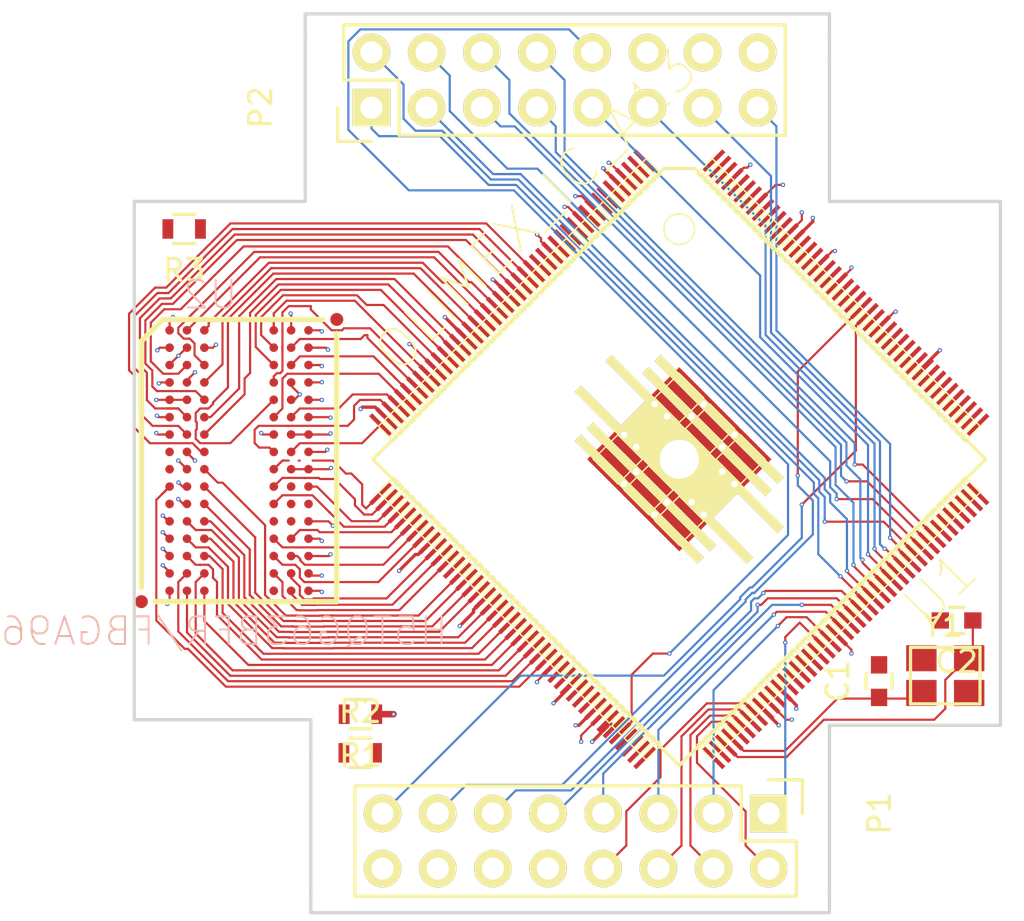
<source format=kicad_pcb>
(kicad_pcb (version 4) (host pcbnew 4.0.0-rc1-stable)
  (layers (0 F.Cu signal) (1 In1.Cu signal) (2 In2.Cu signal) (31 B.Cu signal) (34 B.Paste user) (35 F.Paste user) (36 B.SilkS user) (37 F.SilkS user) (38 B.Mask user) (39 F.Mask user) (44 Edge.Cuts user))
  (net 0 "")
  (net 1 "Net-(U1-Pad1)")
  (net 2 "Net-(U1-Pad2)")
  (net 3 "Net-(U1-Pad3)")
  (net 4 "Net-(U1-Pad6)")
  (net 5 "Net-(U1-Pad7)")
  (net 6 "Net-(U1-Pad8)")
  (net 7 "Net-(U1-Pad10)")
  (net 8 "Net-(U1-Pad12)")
  (net 9 "Net-(U1-Pad13)")
  (net 10 "Net-(U1-Pad14)")
  (net 11 "Net-(U1-Pad15)")
  (net 12 "Net-(U1-Pad17)")
  (net 13 "Net-(U1-Pad18)")
  (net 14 "Net-(U1-Pad74)")
  (net 15 "Net-(U1-Pad75)")
  (net 16 "Net-(U1-Pad77)")
  (net 17 "Net-(U1-Pad78)")
  (net 18 "Net-(U1-Pad79)")
  (net 19 "Net-(U1-Pad85)")
  (net 20 "Net-(U1-Pad86)")
  (net 21 "Net-(U1-Pad87)")
  (net 22 "Net-(U1-Pad88)")
  (net 23 "Net-(U1-Pad89)")
  (net 24 "Net-(U1-Pad90)")
  (net 25 "Net-(U1-Pad99)")
  (net 26 "Net-(U1-Pad101)")
  (net 27 "Net-(U1-Pad102)")
  (net 28 "Net-(U1-Pad103)")
  (net 29 "Net-(U1-Pad104)")
  (net 30 "Net-(U1-Pad105)")
  (net 31 "Net-(U1-Pad106)")
  (net 32 "Net-(U1-Pad126)")
  (net 33 "Net-(U1-Pad127)")
  (net 34 "Net-(U1-Pad128)")
  (net 35 "Net-(U1-Pad129)")
  (net 36 "Net-(U1-Pad130)")
  (net 37 "Net-(U1-Pad131)")
  (net 38 "Net-(U1-Pad132)")
  (net 39 "Net-(U1-Pad133)")
  (net 40 "Net-(U1-Pad134)")
  (net 41 "Net-(U1-Pad135)")
  (net 42 "Net-(U1-Pad136)")
  (net 43 "Net-(U1-Pad137)")
  (net 44 "Net-(U1-Pad138)")
  (net 45 "Net-(U1-Pad139)")
  (net 46 "Net-(U1-Pad140)")
  (net 47 "Net-(U1-Pad141)")
  (net 48 "Net-(U1-Pad143)")
  (net 49 "Net-(U1-Pad144)")
  (net 50 "Net-(U1-Pad145)")
  (net 51 "Net-(U1-Pad146)")
  (net 52 "Net-(U1-Pad147)")
  (net 53 "Net-(U1-Pad148)")
  (net 54 "Net-(U1-Pad150)")
  (net 55 "Net-(U1-Pad153)")
  (net 56 "Net-(U1-Pad154)")
  (net 57 "Net-(U1-Pad155)")
  (net 58 "Net-(U1-Pad157)")
  (net 59 "Net-(U1-Pad158)")
  (net 60 "Net-(U1-Pad160)")
  (net 61 "Net-(U1-Pad161)")
  (net 62 "Net-(U1-Pad162)")
  (net 63 "Net-(U1-Pad165)")
  (net 64 "Net-(U1-Pad166)")
  (net 65 "Net-(U1-Pad167)")
  (net 66 "Net-(U1-Pad168)")
  (net 67 "Net-(U1-Pad170)")
  (net 68 "Net-(U1-Pad171)")
  (net 69 "Net-(U1-Pad172)")
  (net 70 "Net-(U1-Pad174)")
  (net 71 "Net-(U1-Pad175)")
  (net 72 "Net-(U1-Pad176)")
  (net 73 "Net-(U2-PadJ1)")
  (net 74 "Net-(U2-PadL1)")
  (net 75 "Net-(U2-PadL9)")
  (net 76 "Net-(U2-PadM7)")
  (net 77 "Net-(U2-PadT7)")
  (net 78 DDR_D4)
  (net 79 DDR_D6)
  (net 80 DDR_D2)
  (net 81 DDR_D0)
  (net 82 DDR_D11)
  (net 83 DDR_D9)
  (net 84 DDR_D13)
  (net 85 DDR_D15)
  (net 86 DDR_DQM1)
  (net 87 DDR_DQM0)
  (net 88 DDR_DQS0_P)
  (net 89 DDR_DQS0_N)
  (net 90 DDR_DQS1_N)
  (net 91 DDR_D12)
  (net 92 DDR_D8)
  (net 93 DDR_D14)
  (net 94 DDR_D10)
  (net 95 DDR_D1)
  (net 96 DDR_D3)
  (net 97 DDR_D7)
  (net 98 DDR_D5)
  (net 99 DDR_CK_P)
  (net 100 DDR_CK_N)
  (net 101 DDR_CKE)
  (net 102 DDR_A10)
  (net 103 DDR_BA1)
  (net 104 DDR_A12)
  (net 105 DDR_A4)
  (net 106 DDR_A1)
  (net 107 DDR_A6)
  (net 108 DDR_A8)
  (net 109 DDR_A11)
  (net 110 DDR_A14)
  (net 111 DDR_RAS_N)
  (net 112 DDR_CAS_N)
  (net 113 DDR_WE_N)
  (net 114 DDR_BA2)
  (net 115 DDR_BA0)
  (net 116 DDR_A0)
  (net 117 DDR_A3)
  (net 118 DDR_A2)
  (net 119 DDR_A5)
  (net 120 DDR_A13)
  (net 121 DDR_A9)
  (net 122 DDR_RST)
  (net 123 DDR_A7)
  (net 124 DDR_ODT)
  (net 125 DDR_DQS1_P)
  (net 126 SDC0_D1)
  (net 127 UDM0)
  (net 128 UDP0)
  (net 129 UDM1)
  (net 130 UDP1)
  (net 131 SDC0_D0)
  (net 132 SDC0_CLK)
  (net 133 SDC0_CMD)
  (net 134 SDC0_D3)
  (net 135 SDC0_D2)
  (net 136 CSI_CLK)
  (net 137 CSI_MCLK)
  (net 138 CSI_HSYNC)
  (net 139 CSI_VSYNC)
  (net 140 CSI_D0)
  (net 141 CSI_D1)
  (net 142 CSI_D2)
  (net 143 CSI_D3)
  (net 144 CSI_D4)
  (net 145 CSI_D5)
  (net 146 CSI_D6)
  (net 147 CSI_D7)
  (net 148 UART1_RX)
  (net 149 UART1_TX)
  (net 150 GND)
  (net 151 "Net-(C2-Pad1)")
  (net 152 "Net-(C1-Pad1)")
  (net 153 VCC_14)
  (net 154 VCC_15)
  (net 155 VCC_30)
  (net 156 VCC_33)
  (net 157 "Net-(R1-Pad2)")
  (net 158 "Net-(R3-Pad1)")
  (net 159 MICIN1)
  (module ax209:ax209-OLIMEX_IC_FBGA96 (layer F.Cu) (at 83.312 110.998)
    (fp_text reference U2 (at -1.32334 -7.6327) (layer B.SilkS) (effects (font (size 1.27 1.27) (thickness 0.0889)) (justify mirror)))
    (fp_text value H5TQG63BFR/FBGA96 (at -0.68834 7.86384) (layer B.SilkS) (effects (font (size 1.27 1.27) (thickness 0.0889)) (justify mirror)))
    (pad A1 smd circle (at -3.19786 -5.99948) (size 0.39878 0.39878) (layers F.Cu F.Paste F.Mask) (net 154 VCC_15))
    (pad A2 smd circle (at -2.39776 -5.99948) (size 0.39878 0.39878) (layers F.Cu F.Paste F.Mask) (net 84 DDR_D13))
    (pad A3 smd circle (at -1.59766 -5.99948) (size 0.39878 0.39878) (layers F.Cu F.Paste F.Mask) (net 85 DDR_D15))
    (pad A7 smd circle (at 1.59766 -5.99948) (size 0.39878 0.39878) (layers F.Cu F.Paste F.Mask) (net 91 DDR_D12))
    (pad A8 smd circle (at 2.39776 -5.99948) (size 0.39878 0.39878) (layers F.Cu F.Paste F.Mask) (net 154 VCC_15))
    (pad A9 smd circle (at 3.19786 -5.99948) (size 0.39878 0.39878) (layers F.Cu F.Paste F.Mask) (net 150 GND))
    (pad B1 smd circle (at -3.19786 -5.19938) (size 0.39878 0.39878) (layers F.Cu F.Paste F.Mask) (net 150 GND))
    (pad B2 smd circle (at -2.39776 -5.19938) (size 0.39878 0.39878) (layers F.Cu F.Paste F.Mask) (net 154 VCC_15))
    (pad B3 smd circle (at -1.59766 -5.19938) (size 0.39878 0.39878) (layers F.Cu F.Paste F.Mask) (net 150 GND))
    (pad B7 smd circle (at 1.59766 -5.19938) (size 0.39878 0.39878) (layers F.Cu F.Paste F.Mask) (net 90 DDR_DQS1_N))
    (pad B8 smd circle (at 2.39776 -5.19938) (size 0.39878 0.39878) (layers F.Cu F.Paste F.Mask) (net 93 DDR_D14))
    (pad B9 smd circle (at 3.19786 -5.19938) (size 0.39878 0.39878) (layers F.Cu F.Paste F.Mask) (net 150 GND))
    (pad C1 smd circle (at -3.19786 -4.39928) (size 0.39878 0.39878) (layers F.Cu F.Paste F.Mask) (net 154 VCC_15))
    (pad C2 smd circle (at -2.39776 -4.39928) (size 0.39878 0.39878) (layers F.Cu F.Paste F.Mask) (net 82 DDR_D11))
    (pad C3 smd circle (at -1.59766 -4.39928) (size 0.39878 0.39878) (layers F.Cu F.Paste F.Mask) (net 83 DDR_D9))
    (pad C7 smd circle (at 1.59766 -4.39928) (size 0.39878 0.39878) (layers F.Cu F.Paste F.Mask) (net 125 DDR_DQS1_P))
    (pad C8 smd circle (at 2.39776 -4.39928) (size 0.39878 0.39878) (layers F.Cu F.Paste F.Mask) (net 94 DDR_D10))
    (pad C9 smd circle (at 3.19786 -4.39928) (size 0.39878 0.39878) (layers F.Cu F.Paste F.Mask) (net 154 VCC_15))
    (pad D1 smd circle (at -3.19786 -3.59918) (size 0.39878 0.39878) (layers F.Cu F.Paste F.Mask) (net 150 GND))
    (pad D2 smd circle (at -2.39776 -3.59918) (size 0.39878 0.39878) (layers F.Cu F.Paste F.Mask) (net 154 VCC_15))
    (pad D3 smd circle (at -1.59766 -3.59918) (size 0.39878 0.39878) (layers F.Cu F.Paste F.Mask) (net 86 DDR_DQM1))
    (pad D7 smd circle (at 1.59766 -3.59918) (size 0.39878 0.39878) (layers F.Cu F.Paste F.Mask) (net 92 DDR_D8))
    (pad D8 smd circle (at 2.39776 -3.59918) (size 0.39878 0.39878) (layers F.Cu F.Paste F.Mask) (net 150 GND))
    (pad D9 smd circle (at 3.19786 -3.59918) (size 0.39878 0.39878) (layers F.Cu F.Paste F.Mask) (net 154 VCC_15))
    (pad E1 smd circle (at -3.19786 -2.79908) (size 0.39878 0.39878) (layers F.Cu F.Paste F.Mask) (net 150 GND))
    (pad E2 smd circle (at -2.39776 -2.79908) (size 0.39878 0.39878) (layers F.Cu F.Paste F.Mask) (net 150 GND))
    (pad E3 smd circle (at -1.59766 -2.79908) (size 0.39878 0.39878) (layers F.Cu F.Paste F.Mask) (net 81 DDR_D0))
    (pad E7 smd circle (at 1.59766 -2.79908) (size 0.39878 0.39878) (layers F.Cu F.Paste F.Mask) (net 87 DDR_DQM0))
    (pad E8 smd circle (at 2.39776 -2.79908) (size 0.39878 0.39878) (layers F.Cu F.Paste F.Mask) (net 150 GND))
    (pad E9 smd circle (at 3.19786 -2.79908) (size 0.39878 0.39878) (layers F.Cu F.Paste F.Mask) (net 154 VCC_15))
    (pad F1 smd circle (at -3.19786 -1.99898) (size 0.39878 0.39878) (layers F.Cu F.Paste F.Mask) (net 154 VCC_15))
    (pad F2 smd circle (at -2.39776 -1.99898) (size 0.39878 0.39878) (layers F.Cu F.Paste F.Mask) (net 80 DDR_D2))
    (pad F3 smd circle (at -1.59766 -1.99898) (size 0.39878 0.39878) (layers F.Cu F.Paste F.Mask) (net 88 DDR_DQS0_P))
    (pad F7 smd circle (at 1.59766 -1.99898) (size 0.39878 0.39878) (layers F.Cu F.Paste F.Mask) (net 95 DDR_D1))
    (pad F8 smd circle (at 2.39776 -1.99898) (size 0.39878 0.39878) (layers F.Cu F.Paste F.Mask) (net 96 DDR_D3))
    (pad F9 smd circle (at 3.19786 -1.99898) (size 0.39878 0.39878) (layers F.Cu F.Paste F.Mask) (net 150 GND))
    (pad FID1 smd circle (at -4.49834 6.49986) (size 0.59944 0.59944) (layers F.Cu F.Paste F.Mask))
    (pad FID2 smd circle (at 4.49834 -6.49986) (size 0.59944 0.59944) (layers F.Cu F.Paste F.Mask))
    (pad G1 smd circle (at -3.19786 -1.19888) (size 0.39878 0.39878) (layers F.Cu F.Paste F.Mask) (net 150 GND))
    (pad G2 smd circle (at -2.39776 -1.19888) (size 0.39878 0.39878) (layers F.Cu F.Paste F.Mask) (net 79 DDR_D6))
    (pad G3 smd circle (at -1.59766 -1.19888) (size 0.39878 0.39878) (layers F.Cu F.Paste F.Mask) (net 89 DDR_DQS0_N))
    (pad G7 smd circle (at 1.59766 -1.19888) (size 0.39878 0.39878) (layers F.Cu F.Paste F.Mask) (net 154 VCC_15))
    (pad G8 smd circle (at 2.39776 -1.19888) (size 0.39878 0.39878) (layers F.Cu F.Paste F.Mask) (net 150 GND))
    (pad G9 smd circle (at 3.19786 -1.19888) (size 0.39878 0.39878) (layers F.Cu F.Paste F.Mask) (net 150 GND))
    (pad H1 smd circle (at -3.19786 -0.39878) (size 0.39878 0.39878) (layers F.Cu F.Paste F.Mask) (net 157 "Net-(R1-Pad2)"))
    (pad H2 smd circle (at -2.39776 -0.39878) (size 0.39878 0.39878) (layers F.Cu F.Paste F.Mask) (net 154 VCC_15))
    (pad H3 smd circle (at -1.59766 -0.39878) (size 0.39878 0.39878) (layers F.Cu F.Paste F.Mask) (net 78 DDR_D4))
    (pad H7 smd circle (at 1.59766 -0.39878) (size 0.39878 0.39878) (layers F.Cu F.Paste F.Mask) (net 97 DDR_D7))
    (pad H8 smd circle (at 2.39776 -0.39878) (size 0.39878 0.39878) (layers F.Cu F.Paste F.Mask) (net 98 DDR_D5))
    (pad H9 smd circle (at 3.19786 -0.39878) (size 0.39878 0.39878) (layers F.Cu F.Paste F.Mask) (net 154 VCC_15))
    (pad J1 smd circle (at -3.19786 0.39878) (size 0.39878 0.39878) (layers F.Cu F.Paste F.Mask) (net 73 "Net-(U2-PadJ1)"))
    (pad J2 smd circle (at -2.39776 0.39878) (size 0.39878 0.39878) (layers F.Cu F.Paste F.Mask) (net 150 GND))
    (pad J3 smd circle (at -1.59766 0.39878) (size 0.39878 0.39878) (layers F.Cu F.Paste F.Mask) (net 111 DDR_RAS_N))
    (pad J7 smd circle (at 1.59766 0.39878) (size 0.39878 0.39878) (layers F.Cu F.Paste F.Mask) (net 99 DDR_CK_P))
    (pad J8 smd circle (at 2.39776 0.39878) (size 0.39878 0.39878) (layers F.Cu F.Paste F.Mask) (net 150 GND))
    (pad J9 smd circle (at 3.19786 0.39878) (size 0.39878 0.39878) (layers F.Cu F.Paste F.Mask) (net 150 GND))
    (pad K1 smd circle (at -3.19786 1.19888) (size 0.39878 0.39878) (layers F.Cu F.Paste F.Mask) (net 124 DDR_ODT))
    (pad K2 smd circle (at -2.39776 1.19888) (size 0.39878 0.39878) (layers F.Cu F.Paste F.Mask) (net 154 VCC_15))
    (pad K3 smd circle (at -1.59766 1.19888) (size 0.39878 0.39878) (layers F.Cu F.Paste F.Mask) (net 112 DDR_CAS_N))
    (pad K7 smd circle (at 1.59766 1.19888) (size 0.39878 0.39878) (layers F.Cu F.Paste F.Mask) (net 100 DDR_CK_N))
    (pad K8 smd circle (at 2.39776 1.19888) (size 0.39878 0.39878) (layers F.Cu F.Paste F.Mask) (net 154 VCC_15))
    (pad K9 smd circle (at 3.19786 1.19888) (size 0.39878 0.39878) (layers F.Cu F.Paste F.Mask) (net 101 DDR_CKE))
    (pad L1 smd circle (at -3.19786 1.99898) (size 0.39878 0.39878) (layers F.Cu F.Paste F.Mask) (net 74 "Net-(U2-PadL1)"))
    (pad L2 smd circle (at -2.39776 1.99898) (size 0.39878 0.39878) (layers F.Cu F.Paste F.Mask) (net 150 GND))
    (pad L3 smd circle (at -1.59766 1.99898) (size 0.39878 0.39878) (layers F.Cu F.Paste F.Mask) (net 113 DDR_WE_N))
    (pad L7 smd circle (at 1.59766 1.99898) (size 0.39878 0.39878) (layers F.Cu F.Paste F.Mask) (net 102 DDR_A10))
    (pad L8 smd circle (at 2.39776 1.99898) (size 0.39878 0.39878) (layers F.Cu F.Paste F.Mask) (net 158 "Net-(R3-Pad1)"))
    (pad L9 smd circle (at 3.19786 1.99898) (size 0.39878 0.39878) (layers F.Cu F.Paste F.Mask) (net 75 "Net-(U2-PadL9)"))
    (pad M1 smd circle (at -3.19786 2.79908) (size 0.39878 0.39878) (layers F.Cu F.Paste F.Mask) (net 150 GND))
    (pad M2 smd circle (at -2.39776 2.79908) (size 0.39878 0.39878) (layers F.Cu F.Paste F.Mask) (net 115 DDR_BA0))
    (pad M3 smd circle (at -1.59766 2.79908) (size 0.39878 0.39878) (layers F.Cu F.Paste F.Mask) (net 114 DDR_BA2))
    (pad M7 smd circle (at 1.59766 2.79908) (size 0.39878 0.39878) (layers F.Cu F.Paste F.Mask) (net 76 "Net-(U2-PadM7)"))
    (pad M8 smd circle (at 2.39776 2.79908) (size 0.39878 0.39878) (layers F.Cu F.Paste F.Mask) (net 157 "Net-(R1-Pad2)"))
    (pad M9 smd circle (at 3.19786 2.79908) (size 0.39878 0.39878) (layers F.Cu F.Paste F.Mask) (net 150 GND))
    (pad N1 smd circle (at -3.19786 3.59918) (size 0.39878 0.39878) (layers F.Cu F.Paste F.Mask) (net 154 VCC_15))
    (pad N2 smd circle (at -2.39776 3.59918) (size 0.39878 0.39878) (layers F.Cu F.Paste F.Mask) (net 117 DDR_A3))
    (pad N3 smd circle (at -1.59766 3.59918) (size 0.39878 0.39878) (layers F.Cu F.Paste F.Mask) (net 116 DDR_A0))
    (pad N7 smd circle (at 1.59766 3.59918) (size 0.39878 0.39878) (layers F.Cu F.Paste F.Mask) (net 104 DDR_A12))
    (pad N8 smd circle (at 2.39776 3.59918) (size 0.39878 0.39878) (layers F.Cu F.Paste F.Mask) (net 103 DDR_BA1))
    (pad N9 smd circle (at 3.19786 3.59918) (size 0.39878 0.39878) (layers F.Cu F.Paste F.Mask) (net 154 VCC_15))
    (pad P1 smd circle (at -3.19786 4.39928) (size 0.39878 0.39878) (layers F.Cu F.Paste F.Mask) (net 150 GND))
    (pad P2 smd circle (at -2.39776 4.39928) (size 0.39878 0.39878) (layers F.Cu F.Paste F.Mask) (net 119 DDR_A5))
    (pad P3 smd circle (at -1.59766 4.39928) (size 0.39878 0.39878) (layers F.Cu F.Paste F.Mask) (net 118 DDR_A2))
    (pad P7 smd circle (at 1.59766 4.39928) (size 0.39878 0.39878) (layers F.Cu F.Paste F.Mask) (net 106 DDR_A1))
    (pad P8 smd circle (at 2.39776 4.39928) (size 0.39878 0.39878) (layers F.Cu F.Paste F.Mask) (net 105 DDR_A4))
    (pad P9 smd circle (at 3.19786 4.39928) (size 0.39878 0.39878) (layers F.Cu F.Paste F.Mask) (net 150 GND))
    (pad R1 smd circle (at -3.19786 5.19938) (size 0.39878 0.39878) (layers F.Cu F.Paste F.Mask) (net 154 VCC_15))
    (pad R2 smd circle (at -2.39776 5.19938) (size 0.39878 0.39878) (layers F.Cu F.Paste F.Mask) (net 123 DDR_A7))
    (pad R3 smd circle (at -1.59766 5.19938) (size 0.39878 0.39878) (layers F.Cu F.Paste F.Mask) (net 121 DDR_A9))
    (pad R7 smd circle (at 1.59766 5.19938) (size 0.39878 0.39878) (layers F.Cu F.Paste F.Mask) (net 109 DDR_A11))
    (pad R8 smd circle (at 2.39776 5.19938) (size 0.39878 0.39878) (layers F.Cu F.Paste F.Mask) (net 107 DDR_A6))
    (pad R9 smd circle (at 3.19786 5.19938) (size 0.39878 0.39878) (layers F.Cu F.Paste F.Mask) (net 154 VCC_15))
    (pad T1 smd circle (at -3.19786 5.99948) (size 0.39878 0.39878) (layers F.Cu F.Paste F.Mask) (net 150 GND))
    (pad T2 smd circle (at -2.39776 5.99948) (size 0.39878 0.39878) (layers F.Cu F.Paste F.Mask) (net 122 DDR_RST))
    (pad T3 smd circle (at -1.59766 5.99948) (size 0.39878 0.39878) (layers F.Cu F.Paste F.Mask) (net 120 DDR_A13))
    (pad T7 smd circle (at 1.59766 5.99948) (size 0.39878 0.39878) (layers F.Cu F.Paste F.Mask) (net 77 "Net-(U2-PadT7)"))
    (pad T8 smd circle (at 2.39776 5.99948) (size 0.39878 0.39878) (layers F.Cu F.Paste F.Mask) (net 108 DDR_A8))
    (pad T9 smd circle (at 3.19786 5.99948) (size 0.39878 0.39878) (layers F.Cu F.Paste F.Mask) (net 150 GND))
  )
  (module allwinner_a13-OLIMEX_IC_TQFP176 (layer F.Cu) (at 103.577452 110.940244 225)
    (fp_text reference U1 (at -4.29006 -12.7 225) (layer F.SilkS) (effects (font (size 1.778 1.778) (thickness 0.0889))))
    (fp_text value OLIMEX_IC_A13 (at -3.44424 12.7508 225) (layer F.SilkS) (effects (font (size 1.778 1.778) (thickness 0.0889))))
    (pad 1 smd rect (at -8.5979 10.84834 225) (size 0.19812 1.29794) (layers F.Cu F.Paste F.Mask) (net 1 "Net-(U1-Pad1)"))
    (pad 2 smd rect (at -8.19912 10.84834 225) (size 0.19812 1.29794) (layers F.Cu F.Paste F.Mask) (net 2 "Net-(U1-Pad2)"))
    (pad 3 smd rect (at -7.7978 10.84834 225) (size 0.19812 1.29794) (layers F.Cu F.Paste F.Mask) (net 3 "Net-(U1-Pad3)"))
    (pad 4 smd rect (at -7.39902 10.84834 225) (size 0.19812 1.29794) (layers F.Cu F.Paste F.Mask) (net 153 VCC_14))
    (pad 5 smd rect (at -6.9977 10.84834 225) (size 0.19812 1.29794) (layers F.Cu F.Paste F.Mask) (net 156 VCC_33))
    (pad 6 smd rect (at -6.59892 10.84834 225) (size 0.19812 1.29794) (layers F.Cu F.Paste F.Mask) (net 4 "Net-(U1-Pad6)"))
    (pad 7 smd rect (at -6.1976 10.84834 225) (size 0.19812 1.29794) (layers F.Cu F.Paste F.Mask) (net 5 "Net-(U1-Pad7)"))
    (pad 8 smd rect (at -5.79882 10.84834 225) (size 0.19812 1.29794) (layers F.Cu F.Paste F.Mask) (net 6 "Net-(U1-Pad8)"))
    (pad 9 smd rect (at -5.3975 10.84834 225) (size 0.19812 1.29794) (layers F.Cu F.Paste F.Mask) (net 153 VCC_14))
    (pad 10 smd rect (at -4.99872 10.84834 225) (size 0.19812 1.29794) (layers F.Cu F.Paste F.Mask) (net 7 "Net-(U1-Pad10)"))
    (pad 11 smd rect (at -4.59994 10.84834 225) (size 0.19812 1.29794) (layers F.Cu F.Paste F.Mask) (net 153 VCC_14))
    (pad 12 smd rect (at -4.19862 10.84834 225) (size 0.19812 1.29794) (layers F.Cu F.Paste F.Mask) (net 8 "Net-(U1-Pad12)"))
    (pad 13 smd rect (at -3.79984 10.84834 225) (size 0.19812 1.29794) (layers F.Cu F.Paste F.Mask) (net 9 "Net-(U1-Pad13)"))
    (pad 14 smd rect (at -3.39852 10.84834 225) (size 0.19812 1.29794) (layers F.Cu F.Paste F.Mask) (net 10 "Net-(U1-Pad14)"))
    (pad 15 smd rect (at -2.99974 10.84834 225) (size 0.19812 1.29794) (layers F.Cu F.Paste F.Mask) (net 11 "Net-(U1-Pad15)"))
    (pad 16 smd rect (at -2.59842 10.84834 225) (size 0.19812 1.29794) (layers F.Cu F.Paste F.Mask) (net 153 VCC_14))
    (pad 17 smd rect (at -2.19964 10.84834 225) (size 0.19812 1.29794) (layers F.Cu F.Paste F.Mask) (net 12 "Net-(U1-Pad17)"))
    (pad 18 smd rect (at -1.79832 10.84834 225) (size 0.19812 1.29794) (layers F.Cu F.Paste F.Mask) (net 13 "Net-(U1-Pad18)"))
    (pad 19 smd rect (at -1.39954 10.84834 225) (size 0.19812 1.29794) (layers F.Cu F.Paste F.Mask) (net 78 DDR_D4))
    (pad 20 smd rect (at -0.99822 10.84834 225) (size 0.19812 1.29794) (layers F.Cu F.Paste F.Mask) (net 79 DDR_D6))
    (pad 21 smd rect (at -0.59944 10.84834 225) (size 0.19812 1.29794) (layers F.Cu F.Paste F.Mask) (net 80 DDR_D2))
    (pad 22 smd rect (at -0.19812 10.84834 225) (size 0.19812 1.29794) (layers F.Cu F.Paste F.Mask) (net 81 DDR_D0))
    (pad 23 smd rect (at 0.19812 10.84834 225) (size 0.19812 1.29794) (layers F.Cu F.Paste F.Mask) (net 154 VCC_15))
    (pad 24 smd rect (at 0.59944 10.84834 225) (size 0.19812 1.29794) (layers F.Cu F.Paste F.Mask) (net 82 DDR_D11))
    (pad 25 smd rect (at 0.99822 10.84834 225) (size 0.19812 1.29794) (layers F.Cu F.Paste F.Mask) (net 83 DDR_D9))
    (pad 26 smd rect (at 1.39954 10.84834 225) (size 0.19812 1.29794) (layers F.Cu F.Paste F.Mask) (net 84 DDR_D13))
    (pad 27 smd rect (at 1.79832 10.84834 225) (size 0.19812 1.29794) (layers F.Cu F.Paste F.Mask) (net 85 DDR_D15))
    (pad 28 smd rect (at 2.19964 10.84834 225) (size 0.19812 1.29794) (layers F.Cu F.Paste F.Mask) (net 86 DDR_DQM1))
    (pad 29 smd rect (at 2.59842 10.84834 225) (size 0.19812 1.29794) (layers F.Cu F.Paste F.Mask) (net 87 DDR_DQM0))
    (pad 30 smd rect (at 2.99974 10.84834 225) (size 0.19812 1.29794) (layers F.Cu F.Paste F.Mask) (net 154 VCC_15))
    (pad 31 smd rect (at 3.39852 10.84834 225) (size 0.19812 1.29794) (layers F.Cu F.Paste F.Mask) (net 88 DDR_DQS0_P))
    (pad 32 smd rect (at 3.79984 10.84834 225) (size 0.19812 1.29794) (layers F.Cu F.Paste F.Mask) (net 89 DDR_DQS0_N))
    (pad 33 smd rect (at 4.19862 10.84834 225) (size 0.19812 1.29794) (layers F.Cu F.Paste F.Mask) (net 125 DDR_DQS1_P))
    (pad 34 smd rect (at 4.59994 10.84834 225) (size 0.19812 1.29794) (layers F.Cu F.Paste F.Mask) (net 90 DDR_DQS1_N))
    (pad 35 smd rect (at 4.99872 10.84834 225) (size 0.19812 1.29794) (layers F.Cu F.Paste F.Mask) (net 153 VCC_14))
    (pad 36 smd rect (at 5.3975 10.84834 225) (size 0.19812 1.29794) (layers F.Cu F.Paste F.Mask) (net 91 DDR_D12))
    (pad 37 smd rect (at 5.79882 10.84834 225) (size 0.19812 1.29794) (layers F.Cu F.Paste F.Mask) (net 92 DDR_D8))
    (pad 38 smd rect (at 6.1976 10.84834 225) (size 0.19812 1.29794) (layers F.Cu F.Paste F.Mask) (net 93 DDR_D14))
    (pad 39 smd rect (at 6.59892 10.84834 225) (size 0.19812 1.29794) (layers F.Cu F.Paste F.Mask) (net 94 DDR_D10))
    (pad 40 smd rect (at 6.9977 10.84834 225) (size 0.19812 1.29794) (layers F.Cu F.Paste F.Mask) (net 95 DDR_D1))
    (pad 41 smd rect (at 7.39902 10.84834 225) (size 0.19812 1.29794) (layers F.Cu F.Paste F.Mask) (net 96 DDR_D3))
    (pad 42 smd rect (at 7.7978 10.84834 225) (size 0.19812 1.29794) (layers F.Cu F.Paste F.Mask) (net 97 DDR_D7))
    (pad 43 smd rect (at 8.19912 10.84834 225) (size 0.19812 1.29794) (layers F.Cu F.Paste F.Mask) (net 154 VCC_15))
    (pad 44 smd rect (at 8.5979 10.84834 225) (size 0.19812 1.29794) (layers F.Cu F.Paste F.Mask) (net 98 DDR_D5))
    (pad 45 smd rect (at 10.84834 8.5979 225) (size 1.29794 0.19812) (layers F.Cu F.Paste F.Mask) (net 99 DDR_CK_P))
    (pad 46 smd rect (at 10.84834 8.19912 225) (size 1.29794 0.19812) (layers F.Cu F.Paste F.Mask) (net 100 DDR_CK_N))
    (pad 47 smd rect (at 10.84834 7.7978 225) (size 1.29794 0.19812) (layers F.Cu F.Paste F.Mask) (net 101 DDR_CKE))
    (pad 48 smd rect (at 10.84834 7.39902 225) (size 1.29794 0.19812) (layers F.Cu F.Paste F.Mask) (net 102 DDR_A10))
    (pad 49 smd rect (at 10.84834 6.9977 225) (size 1.29794 0.19812) (layers F.Cu F.Paste F.Mask) (net 103 DDR_BA1))
    (pad 50 smd rect (at 10.84834 6.59892 225) (size 1.29794 0.19812) (layers F.Cu F.Paste F.Mask) (net 104 DDR_A12))
    (pad 51 smd rect (at 10.84834 6.1976 225) (size 1.29794 0.19812) (layers F.Cu F.Paste F.Mask) (net 105 DDR_A4))
    (pad 52 smd rect (at 10.84834 5.79882 225) (size 1.29794 0.19812) (layers F.Cu F.Paste F.Mask) (net 106 DDR_A1))
    (pad 53 smd rect (at 10.84834 5.3975 225) (size 1.29794 0.19812) (layers F.Cu F.Paste F.Mask) (net 154 VCC_15))
    (pad 54 smd rect (at 10.84834 4.99872 225) (size 1.29794 0.19812) (layers F.Cu F.Paste F.Mask) (net 107 DDR_A6))
    (pad 55 smd rect (at 10.84834 4.59994 225) (size 1.29794 0.19812) (layers F.Cu F.Paste F.Mask) (net 108 DDR_A8))
    (pad 56 smd rect (at 10.84834 4.19862 225) (size 1.29794 0.19812) (layers F.Cu F.Paste F.Mask) (net 109 DDR_A11))
    (pad 57 smd rect (at 10.84834 3.79984 225) (size 1.29794 0.19812) (layers F.Cu F.Paste F.Mask) (net 110 DDR_A14))
    (pad 58 smd rect (at 10.84834 3.39852 225) (size 1.29794 0.19812) (layers F.Cu F.Paste F.Mask) (net 111 DDR_RAS_N))
    (pad 59 smd rect (at 10.84834 2.99974 225) (size 1.29794 0.19812) (layers F.Cu F.Paste F.Mask) (net 112 DDR_CAS_N))
    (pad 60 smd rect (at 10.84834 2.59842 225) (size 1.29794 0.19812) (layers F.Cu F.Paste F.Mask) (net 113 DDR_WE_N))
    (pad 61 smd rect (at 10.84834 2.19964 225) (size 1.29794 0.19812) (layers F.Cu F.Paste F.Mask) (net 114 DDR_BA2))
    (pad 62 smd rect (at 10.84834 1.79832 225) (size 1.29794 0.19812) (layers F.Cu F.Paste F.Mask) (net 154 VCC_15))
    (pad 63 smd rect (at 10.84834 1.39954 225) (size 1.29794 0.19812) (layers F.Cu F.Paste F.Mask) (net 115 DDR_BA0))
    (pad 64 smd rect (at 10.84834 0.99822 225) (size 1.29794 0.19812) (layers F.Cu F.Paste F.Mask) (net 116 DDR_A0))
    (pad 65 smd rect (at 10.84834 0.59944 225) (size 1.29794 0.19812) (layers F.Cu F.Paste F.Mask) (net 117 DDR_A3))
    (pad 66 smd rect (at 10.84834 0.19812 225) (size 1.29794 0.19812) (layers F.Cu F.Paste F.Mask) (net 118 DDR_A2))
    (pad 67 smd rect (at 10.84834 -0.19812 225) (size 1.29794 0.19812) (layers F.Cu F.Paste F.Mask) (net 119 DDR_A5))
    (pad 68 smd rect (at 10.84834 -0.59944 225) (size 1.29794 0.19812) (layers F.Cu F.Paste F.Mask) (net 120 DDR_A13))
    (pad 69 smd rect (at 10.84834 -0.99822 225) (size 1.29794 0.19812) (layers F.Cu F.Paste F.Mask) (net 121 DDR_A9))
    (pad 70 smd rect (at 10.84834 -1.39954 225) (size 1.29794 0.19812) (layers F.Cu F.Paste F.Mask) (net 122 DDR_RST))
    (pad 71 smd rect (at 10.84834 -1.79832 225) (size 1.29794 0.19812) (layers F.Cu F.Paste F.Mask) (net 123 DDR_A7))
    (pad 72 smd rect (at 10.84834 -2.19964 225) (size 1.29794 0.19812) (layers F.Cu F.Paste F.Mask) (net 124 DDR_ODT))
    (pad 73 smd rect (at 10.84834 -2.59842 225) (size 1.29794 0.19812) (layers F.Cu F.Paste F.Mask) (net 153 VCC_14))
    (pad 74 smd rect (at 10.84834 -2.99974 225) (size 1.29794 0.19812) (layers F.Cu F.Paste F.Mask) (net 14 "Net-(U1-Pad74)"))
    (pad 75 smd rect (at 10.84834 -3.39852 225) (size 1.29794 0.19812) (layers F.Cu F.Paste F.Mask) (net 15 "Net-(U1-Pad75)"))
    (pad 76 smd rect (at 10.84834 -3.79984 225) (size 1.29794 0.19812) (layers F.Cu F.Paste F.Mask) (net 156 VCC_33))
    (pad 77 smd rect (at 10.84834 -4.19862 225) (size 1.29794 0.19812) (layers F.Cu F.Paste F.Mask) (net 16 "Net-(U1-Pad77)"))
    (pad 78 smd rect (at 10.84834 -4.59994 225) (size 1.29794 0.19812) (layers F.Cu F.Paste F.Mask) (net 17 "Net-(U1-Pad78)"))
    (pad 79 smd rect (at 10.84834 -4.99872 225) (size 1.29794 0.19812) (layers F.Cu F.Paste F.Mask) (net 18 "Net-(U1-Pad79)"))
    (pad 80 smd rect (at 10.84834 -5.3975 225) (size 1.29794 0.19812) (layers F.Cu F.Paste F.Mask) (net 156 VCC_33))
    (pad 81 smd rect (at 10.84834 -5.79882 225) (size 1.29794 0.19812) (layers F.Cu F.Paste F.Mask) (net 155 VCC_30))
    (pad 82 smd rect (at 10.84834 -6.1976 225) (size 1.29794 0.19812) (layers F.Cu F.Paste F.Mask) (net 156 VCC_33))
    (pad 83 smd rect (at 10.84834 -6.59892 225) (size 1.29794 0.19812) (layers F.Cu F.Paste F.Mask) (net 156 VCC_33))
    (pad 84 smd rect (at 10.84834 -6.9977 225) (size 1.29794 0.19812) (layers F.Cu F.Paste F.Mask) (net 159 MICIN1))
    (pad 85 smd rect (at 10.84834 -7.39902 225) (size 1.29794 0.19812) (layers F.Cu F.Paste F.Mask) (net 19 "Net-(U1-Pad85)"))
    (pad 86 smd rect (at 10.84834 -7.7978 225) (size 1.29794 0.19812) (layers F.Cu F.Paste F.Mask) (net 20 "Net-(U1-Pad86)"))
    (pad 87 smd rect (at 10.84834 -8.19912 225) (size 1.29794 0.19812) (layers F.Cu F.Paste F.Mask) (net 21 "Net-(U1-Pad87)"))
    (pad 88 smd rect (at 10.84834 -8.5979 225) (size 1.29794 0.19812) (layers F.Cu F.Paste F.Mask) (net 22 "Net-(U1-Pad88)"))
    (pad 89 smd rect (at 8.5979 -10.84834 225) (size 0.19812 1.29794) (layers F.Cu F.Paste F.Mask) (net 23 "Net-(U1-Pad89)"))
    (pad 90 smd rect (at 8.19912 -10.84834 225) (size 0.19812 1.29794) (layers F.Cu F.Paste F.Mask) (net 24 "Net-(U1-Pad90)"))
    (pad 91 smd rect (at 7.7978 -10.84834 225) (size 0.19812 1.29794) (layers F.Cu F.Paste F.Mask) (net 151 "Net-(C2-Pad1)"))
    (pad 92 smd rect (at 7.39902 -10.84834 225) (size 0.19812 1.29794) (layers F.Cu F.Paste F.Mask) (net 152 "Net-(C1-Pad1)"))
    (pad 93 smd rect (at 6.9977 -10.84834 225) (size 0.19812 1.29794) (layers F.Cu F.Paste F.Mask) (net 127 UDM0))
    (pad 94 smd rect (at 6.59892 -10.84834 225) (size 0.19812 1.29794) (layers F.Cu F.Paste F.Mask) (net 128 UDP0))
    (pad 95 smd rect (at 6.1976 -10.84834 225) (size 0.19812 1.29794) (layers F.Cu F.Paste F.Mask) (net 129 UDM1))
    (pad 96 smd rect (at 5.79882 -10.84834 225) (size 0.19812 1.29794) (layers F.Cu F.Paste F.Mask) (net 130 UDP1))
    (pad 97 smd rect (at 5.3975 -10.84834 225) (size 0.19812 1.29794) (layers F.Cu F.Paste F.Mask) (net 156 VCC_33))
    (pad 98 smd rect (at 4.99872 -10.84834 225) (size 0.19812 1.29794) (layers F.Cu F.Paste F.Mask) (net 153 VCC_14))
    (pad 99 smd rect (at 4.59994 -10.84834 225) (size 0.19812 1.29794) (layers F.Cu F.Paste F.Mask) (net 25 "Net-(U1-Pad99)"))
    (pad 100 smd rect (at 4.19862 -10.84834 225) (size 0.19812 1.29794) (layers F.Cu F.Paste F.Mask) (net 156 VCC_33))
    (pad 101 smd rect (at 3.79984 -10.84834 225) (size 0.19812 1.29794) (layers F.Cu F.Paste F.Mask) (net 26 "Net-(U1-Pad101)"))
    (pad 102 smd rect (at 3.39852 -10.84834 225) (size 0.19812 1.29794) (layers F.Cu F.Paste F.Mask) (net 27 "Net-(U1-Pad102)"))
    (pad 103 smd rect (at 2.99974 -10.84834 225) (size 0.19812 1.29794) (layers F.Cu F.Paste F.Mask) (net 28 "Net-(U1-Pad103)"))
    (pad 104 smd rect (at 2.59842 -10.84834 225) (size 0.19812 1.29794) (layers F.Cu F.Paste F.Mask) (net 29 "Net-(U1-Pad104)"))
    (pad 105 smd rect (at 2.19964 -10.84834 225) (size 0.19812 1.29794) (layers F.Cu F.Paste F.Mask) (net 30 "Net-(U1-Pad105)"))
    (pad 106 smd rect (at 1.79832 -10.84834 225) (size 0.19812 1.29794) (layers F.Cu F.Paste F.Mask) (net 31 "Net-(U1-Pad106)"))
    (pad 107 smd rect (at 1.39954 -10.84834 225) (size 0.19812 1.29794) (layers F.Cu F.Paste F.Mask) (net 126 SDC0_D1))
    (pad 108 smd rect (at 0.99822 -10.84834 225) (size 0.19812 1.29794) (layers F.Cu F.Paste F.Mask) (net 131 SDC0_D0))
    (pad 109 smd rect (at 0.59944 -10.84834 225) (size 0.19812 1.29794) (layers F.Cu F.Paste F.Mask) (net 153 VCC_14))
    (pad 110 smd rect (at 0.19812 -10.84834 225) (size 0.19812 1.29794) (layers F.Cu F.Paste F.Mask) (net 132 SDC0_CLK))
    (pad 111 smd rect (at -0.19812 -10.84834 225) (size 0.19812 1.29794) (layers F.Cu F.Paste F.Mask) (net 133 SDC0_CMD))
    (pad 112 smd rect (at -0.59944 -10.84834 225) (size 0.19812 1.29794) (layers F.Cu F.Paste F.Mask) (net 134 SDC0_D3))
    (pad 113 smd rect (at -0.99822 -10.84834 225) (size 0.19812 1.29794) (layers F.Cu F.Paste F.Mask) (net 135 SDC0_D2))
    (pad 114 smd rect (at -1.39954 -10.84834 225) (size 0.19812 1.29794) (layers F.Cu F.Paste F.Mask) (net 136 CSI_CLK))
    (pad 115 smd rect (at -1.79832 -10.84834 225) (size 0.19812 1.29794) (layers F.Cu F.Paste F.Mask) (net 137 CSI_MCLK))
    (pad 116 smd rect (at -2.19964 -10.84834 225) (size 0.19812 1.29794) (layers F.Cu F.Paste F.Mask) (net 138 CSI_HSYNC))
    (pad 117 smd rect (at -2.59842 -10.84834 225) (size 0.19812 1.29794) (layers F.Cu F.Paste F.Mask) (net 139 CSI_VSYNC))
    (pad 118 smd rect (at -2.99974 -10.84834 225) (size 0.19812 1.29794) (layers F.Cu F.Paste F.Mask) (net 140 CSI_D0))
    (pad 119 smd rect (at -3.39852 -10.84834 225) (size 0.19812 1.29794) (layers F.Cu F.Paste F.Mask) (net 141 CSI_D1))
    (pad 120 smd rect (at -3.79984 -10.84834 225) (size 0.19812 1.29794) (layers F.Cu F.Paste F.Mask) (net 142 CSI_D2))
    (pad 121 smd rect (at -4.19862 -10.84834 225) (size 0.19812 1.29794) (layers F.Cu F.Paste F.Mask) (net 143 CSI_D3))
    (pad 122 smd rect (at -4.59994 -10.84834 225) (size 0.19812 1.29794) (layers F.Cu F.Paste F.Mask) (net 144 CSI_D4))
    (pad 123 smd rect (at -4.99872 -10.84834 225) (size 0.19812 1.29794) (layers F.Cu F.Paste F.Mask) (net 145 CSI_D5))
    (pad 124 smd rect (at -5.3975 -10.84834 225) (size 0.19812 1.29794) (layers F.Cu F.Paste F.Mask) (net 146 CSI_D6))
    (pad 125 smd rect (at -5.79882 -10.84834 225) (size 0.19812 1.29794) (layers F.Cu F.Paste F.Mask) (net 147 CSI_D7))
    (pad 126 smd rect (at -6.1976 -10.84834 225) (size 0.19812 1.29794) (layers F.Cu F.Paste F.Mask) (net 32 "Net-(U1-Pad126)"))
    (pad 127 smd rect (at -6.59892 -10.84834 225) (size 0.19812 1.29794) (layers F.Cu F.Paste F.Mask) (net 33 "Net-(U1-Pad127)"))
    (pad 128 smd rect (at -6.9977 -10.84834 225) (size 0.19812 1.29794) (layers F.Cu F.Paste F.Mask) (net 34 "Net-(U1-Pad128)"))
    (pad 129 smd rect (at -7.39902 -10.84834 225) (size 0.19812 1.29794) (layers F.Cu F.Paste F.Mask) (net 35 "Net-(U1-Pad129)"))
    (pad 130 smd rect (at -7.7978 -10.84834 225) (size 0.19812 1.29794) (layers F.Cu F.Paste F.Mask) (net 36 "Net-(U1-Pad130)"))
    (pad 131 smd rect (at -8.19912 -10.84834 225) (size 0.19812 1.29794) (layers F.Cu F.Paste F.Mask) (net 37 "Net-(U1-Pad131)"))
    (pad 132 smd rect (at -8.5979 -10.84834 225) (size 0.19812 1.29794) (layers F.Cu F.Paste F.Mask) (net 38 "Net-(U1-Pad132)"))
    (pad 133 smd rect (at -10.84834 -8.5979 225) (size 1.29794 0.19812) (layers F.Cu F.Paste F.Mask) (net 39 "Net-(U1-Pad133)"))
    (pad 134 smd rect (at -10.84834 -8.19912 225) (size 1.29794 0.19812) (layers F.Cu F.Paste F.Mask) (net 40 "Net-(U1-Pad134)"))
    (pad 135 smd rect (at -10.84834 -7.7978 225) (size 1.29794 0.19812) (layers F.Cu F.Paste F.Mask) (net 41 "Net-(U1-Pad135)"))
    (pad 136 smd rect (at -10.84834 -7.39902 225) (size 1.29794 0.19812) (layers F.Cu F.Paste F.Mask) (net 42 "Net-(U1-Pad136)"))
    (pad 137 smd rect (at -10.84834 -6.9977 225) (size 1.29794 0.19812) (layers F.Cu F.Paste F.Mask) (net 43 "Net-(U1-Pad137)"))
    (pad 138 smd rect (at -10.84834 -6.59892 225) (size 1.29794 0.19812) (layers F.Cu F.Paste F.Mask) (net 44 "Net-(U1-Pad138)"))
    (pad 139 smd rect (at -10.84834 -6.1976 225) (size 1.29794 0.19812) (layers F.Cu F.Paste F.Mask) (net 45 "Net-(U1-Pad139)"))
    (pad 140 smd rect (at -10.84834 -5.79882 225) (size 1.29794 0.19812) (layers F.Cu F.Paste F.Mask) (net 46 "Net-(U1-Pad140)"))
    (pad 141 smd rect (at -10.84834 -5.3975 225) (size 1.29794 0.19812) (layers F.Cu F.Paste F.Mask) (net 47 "Net-(U1-Pad141)"))
    (pad 142 smd rect (at -10.84834 -4.99872 225) (size 1.29794 0.19812) (layers F.Cu F.Paste F.Mask) (net 156 VCC_33))
    (pad 143 smd rect (at -10.84834 -4.59994 225) (size 1.29794 0.19812) (layers F.Cu F.Paste F.Mask) (net 48 "Net-(U1-Pad143)"))
    (pad 144 smd rect (at -10.84834 -4.19862 225) (size 1.29794 0.19812) (layers F.Cu F.Paste F.Mask) (net 49 "Net-(U1-Pad144)"))
    (pad 145 smd rect (at -10.84834 -3.79984 225) (size 1.29794 0.19812) (layers F.Cu F.Paste F.Mask) (net 50 "Net-(U1-Pad145)"))
    (pad 146 smd rect (at -10.84834 -3.39852 225) (size 1.29794 0.19812) (layers F.Cu F.Paste F.Mask) (net 51 "Net-(U1-Pad146)"))
    (pad 147 smd rect (at -10.84834 -2.99974 225) (size 1.29794 0.19812) (layers F.Cu F.Paste F.Mask) (net 52 "Net-(U1-Pad147)"))
    (pad 148 smd rect (at -10.84834 -2.59842 225) (size 1.29794 0.19812) (layers F.Cu F.Paste F.Mask) (net 53 "Net-(U1-Pad148)"))
    (pad 149 smd rect (at -10.84834 -2.19964 225) (size 1.29794 0.19812) (layers F.Cu F.Paste F.Mask) (net 153 VCC_14))
    (pad 150 smd rect (at -10.84834 -1.79832 225) (size 1.29794 0.19812) (layers F.Cu F.Paste F.Mask) (net 54 "Net-(U1-Pad150)"))
    (pad 151 smd rect (at -10.84834 -1.39954 225) (size 1.29794 0.19812) (layers F.Cu F.Paste F.Mask) (net 148 UART1_RX))
    (pad 152 smd rect (at -10.84834 -0.99822 225) (size 1.29794 0.19812) (layers F.Cu F.Paste F.Mask) (net 149 UART1_TX))
    (pad 153 smd rect (at -10.84834 -0.59944 225) (size 1.29794 0.19812) (layers F.Cu F.Paste F.Mask) (net 55 "Net-(U1-Pad153)"))
    (pad 154 smd rect (at -10.84834 -0.19812 225) (size 1.29794 0.19812) (layers F.Cu F.Paste F.Mask) (net 56 "Net-(U1-Pad154)"))
    (pad 155 smd rect (at -10.84834 0.19812 225) (size 1.29794 0.19812) (layers F.Cu F.Paste F.Mask) (net 57 "Net-(U1-Pad155)"))
    (pad 156 smd rect (at -10.84834 0.59944 225) (size 1.29794 0.19812) (layers F.Cu F.Paste F.Mask) (net 153 VCC_14))
    (pad 157 smd rect (at -10.84834 0.99822 225) (size 1.29794 0.19812) (layers F.Cu F.Paste F.Mask) (net 58 "Net-(U1-Pad157)"))
    (pad 158 smd rect (at -10.84834 1.39954 225) (size 1.29794 0.19812) (layers F.Cu F.Paste F.Mask) (net 59 "Net-(U1-Pad158)"))
    (pad 159 smd rect (at -10.84834 1.79832 225) (size 1.29794 0.19812) (layers F.Cu F.Paste F.Mask) (net 150 GND))
    (pad 160 smd rect (at -10.84834 2.19964 225) (size 1.29794 0.19812) (layers F.Cu F.Paste F.Mask) (net 60 "Net-(U1-Pad160)"))
    (pad 161 smd rect (at -10.84834 2.59842 225) (size 1.29794 0.19812) (layers F.Cu F.Paste F.Mask) (net 61 "Net-(U1-Pad161)"))
    (pad 162 smd rect (at -10.84834 2.99974 225) (size 1.29794 0.19812) (layers F.Cu F.Paste F.Mask) (net 62 "Net-(U1-Pad162)"))
    (pad 163 smd rect (at -10.84834 3.39852 225) (size 1.29794 0.19812) (layers F.Cu F.Paste F.Mask) (net 156 VCC_33))
    (pad 164 smd rect (at -10.84834 3.79984 225) (size 1.29794 0.19812) (layers F.Cu F.Paste F.Mask) (net 153 VCC_14))
    (pad 165 smd rect (at -10.84834 4.19862 225) (size 1.29794 0.19812) (layers F.Cu F.Paste F.Mask) (net 63 "Net-(U1-Pad165)"))
    (pad 166 smd rect (at -10.84834 4.59994 225) (size 1.29794 0.19812) (layers F.Cu F.Paste F.Mask) (net 64 "Net-(U1-Pad166)"))
    (pad 167 smd rect (at -10.84834 4.99872 225) (size 1.29794 0.19812) (layers F.Cu F.Paste F.Mask) (net 65 "Net-(U1-Pad167)"))
    (pad 168 smd rect (at -10.84834 5.3975 225) (size 1.29794 0.19812) (layers F.Cu F.Paste F.Mask) (net 66 "Net-(U1-Pad168)"))
    (pad 169 smd rect (at -10.84834 5.79882 225) (size 1.29794 0.19812) (layers F.Cu F.Paste F.Mask) (net 153 VCC_14))
    (pad 170 smd rect (at -10.84834 6.1976 225) (size 1.29794 0.19812) (layers F.Cu F.Paste F.Mask) (net 67 "Net-(U1-Pad170)"))
    (pad 171 smd rect (at -10.84834 6.59892 225) (size 1.29794 0.19812) (layers F.Cu F.Paste F.Mask) (net 68 "Net-(U1-Pad171)"))
    (pad 172 smd rect (at -10.84834 6.9977 225) (size 1.29794 0.19812) (layers F.Cu F.Paste F.Mask) (net 69 "Net-(U1-Pad172)"))
    (pad 173 smd rect (at -10.84834 7.39902 225) (size 1.29794 0.19812) (layers F.Cu F.Paste F.Mask) (net 153 VCC_14))
    (pad 174 smd rect (at -10.84834 7.7978 225) (size 1.29794 0.19812) (layers F.Cu F.Paste F.Mask) (net 70 "Net-(U1-Pad174)"))
    (pad 175 smd rect (at -10.84834 8.19912 225) (size 1.29794 0.19812) (layers F.Cu F.Paste F.Mask) (net 71 "Net-(U1-Pad175)"))
    (pad 176 smd rect (at -10.84834 8.5979 225) (size 1.29794 0.19812) (layers F.Cu F.Paste F.Mask) (net 72 "Net-(U1-Pad176)"))
    (pad GND_ smd rect (at 0 0 225) (size 5.99948 5.99948) (layers F.Cu F.Paste F.Mask) (net 18 "Net-(U1-Pad79)"))
    (pad P$2 thru_hole rect (at 0 0 225) (size 2.18186 5.99948) (drill 1.79832) (layers F&B.Cu F.Paste F.SilkS F.Mask))
    (pad P$3 thru_hole rect (at -2.59842 0.99822 225) (size 0.4064 5.99948) (drill 0.29972) (layers F&B.Cu F.Paste F.SilkS F.Mask))
    (pad P$4 thru_hole rect (at -1.79832 0.99822 225) (size 0.4064 5.99948) (drill 0.29972) (layers F&B.Cu F.Paste F.SilkS F.Mask))
    (pad P$5 thru_hole rect (at -0.99822 2.59842 225) (size 0.4064 5.99948) (drill 0.29972) (layers F&B.Cu F.Paste F.SilkS F.Mask))
    (pad P$6 thru_hole rect (at -0.99822 1.79832 225) (size 0.4064 5.99948) (drill 0.29972) (layers F&B.Cu F.Paste F.SilkS F.Mask))
    (pad P$7 thru_hole rect (at 0.99822 2.59842 225) (size 0.4064 5.99948) (drill 0.29972) (layers F&B.Cu F.Paste F.SilkS F.Mask))
    (pad P$8 thru_hole rect (at 0.99822 1.79832 225) (size 0.4064 5.99948) (drill 0.29972) (layers F&B.Cu F.Paste F.SilkS F.Mask))
    (pad P$9 thru_hole rect (at 2.59842 0.99822 225) (size 0.4064 5.99948) (drill 0.29972) (layers F&B.Cu F.Paste F.SilkS F.Mask))
    (pad P$10 thru_hole rect (at 1.79832 0.99822 225) (size 0.4064 5.99948) (drill 0.29972) (layers F&B.Cu F.Paste F.SilkS F.Mask))
    (pad P$11 thru_hole rect (at -2.59842 -0.99822 225) (size 0.4064 5.99948) (drill 0.29972) (layers F&B.Cu F.Paste F.SilkS F.Mask))
    (pad P$12 thru_hole rect (at -1.79832 -0.99822 225) (size 0.4064 5.99948) (drill 0.29972) (layers F&B.Cu F.Paste F.SilkS F.Mask))
    (pad P$13 thru_hole rect (at 2.59842 -0.99822 225) (size 0.4064 5.99948) (drill 0.29972) (layers F&B.Cu F.Paste F.SilkS F.Mask))
    (pad P$14 thru_hole rect (at 1.79832 -0.99822 225) (size 0.4064 5.99948) (drill 0.29972) (layers F&B.Cu F.Paste F.SilkS F.Mask))
    (pad P$15 thru_hole rect (at -0.99822 -2.59842 225) (size 0.4064 5.99948) (drill 0.29972) (layers F&B.Cu F.Paste F.SilkS F.Mask))
    (pad P$16 thru_hole rect (at -0.99822 -1.79832 225) (size 0.4064 5.99948) (drill 0.29972) (layers F&B.Cu F.Paste F.SilkS F.Mask))
    (pad P$17 thru_hole rect (at 0.99822 -2.59842 225) (size 0.4064 5.99948) (drill 0.29972) (layers F&B.Cu F.Paste F.SilkS F.Mask))
    (pad P$18 thru_hole rect (at 0.99822 -1.79832 225) (size 0.4064 5.99948) (drill 0.29972) (layers F&B.Cu F.Paste F.SilkS F.Mask))
  )
  (module Pin_Headers:Pin_Header_Straight_2x08 (layer F.Cu) (at 107.696 127.254 270)
    (fp_text reference P1 (at 0 -5.1 270) (layer F.SilkS))
    (fp_text value CONN_02X08)
    (pad 1 thru_hole rect (at 0 0 270) (size 1.7272 1.7272) (drill 1.016) (layers *.Cu *.Mask F.SilkS) (net 126 SDC0_D1))
    (pad 2 thru_hole oval (at 2.54 0 270) (size 1.7272 1.7272) (drill 1.016) (layers *.Cu *.Mask F.SilkS) (net 127 UDM0))
    (pad 3 thru_hole oval (at 0 2.54 270) (size 1.7272 1.7272) (drill 1.016) (layers *.Cu *.Mask F.SilkS) (net 131 SDC0_D0))
    (pad 4 thru_hole oval (at 2.54 2.54 270) (size 1.7272 1.7272) (drill 1.016) (layers *.Cu *.Mask F.SilkS) (net 128 UDP0))
    (pad 5 thru_hole oval (at 0 5.08 270) (size 1.7272 1.7272) (drill 1.016) (layers *.Cu *.Mask F.SilkS) (net 132 SDC0_CLK))
    (pad 6 thru_hole oval (at 2.54 5.08 270) (size 1.7272 1.7272) (drill 1.016) (layers *.Cu *.Mask F.SilkS) (net 129 UDM1))
    (pad 7 thru_hole oval (at 0 7.62 270) (size 1.7272 1.7272) (drill 1.016) (layers *.Cu *.Mask F.SilkS) (net 133 SDC0_CMD))
    (pad 8 thru_hole oval (at 2.54 7.62 270) (size 1.7272 1.7272) (drill 1.016) (layers *.Cu *.Mask F.SilkS) (net 130 UDP1))
    (pad 9 thru_hole oval (at 0 10.16 270) (size 1.7272 1.7272) (drill 1.016) (layers *.Cu *.Mask F.SilkS) (net 134 SDC0_D3))
    (pad 10 thru_hole oval (at 2.54 10.16 270) (size 1.7272 1.7272) (drill 1.016) (layers *.Cu *.Mask F.SilkS) (net 153 VCC_14))
    (pad 11 thru_hole oval (at 0 12.7 270) (size 1.7272 1.7272) (drill 1.016) (layers *.Cu *.Mask F.SilkS) (net 135 SDC0_D2))
    (pad 12 thru_hole oval (at 2.54 12.7 270) (size 1.7272 1.7272) (drill 1.016) (layers *.Cu *.Mask F.SilkS) (net 154 VCC_15))
    (pad 13 thru_hole oval (at 0 15.24 270) (size 1.7272 1.7272) (drill 1.016) (layers *.Cu *.Mask F.SilkS) (net 149 UART1_TX))
    (pad 14 thru_hole oval (at 2.54 15.24 270) (size 1.7272 1.7272) (drill 1.016) (layers *.Cu *.Mask F.SilkS) (net 155 VCC_30))
    (pad 15 thru_hole oval (at 0 17.78 270) (size 1.7272 1.7272) (drill 1.016) (layers *.Cu *.Mask F.SilkS) (net 148 UART1_RX))
    (pad 16 thru_hole oval (at 2.54 17.78 270) (size 1.7272 1.7272) (drill 1.016) (layers *.Cu *.Mask F.SilkS) (net 156 VCC_33))
  )
  (module Pin_Headers:Pin_Header_Straight_2x08 (layer F.Cu) (at 89.408 94.742 90)
    (fp_text reference P2 (at 0 -5.1 90) (layer F.SilkS))
    (fp_text value CONN_02X08)
    (pad 1 thru_hole rect (at 0 0 90) (size 1.7272 1.7272) (drill 1.016) (layers *.Cu *.Mask F.SilkS) (net 136 CSI_CLK))
    (pad 2 thru_hole oval (at 2.54 0 90) (size 1.7272 1.7272) (drill 1.016) (layers *.Cu *.Mask F.SilkS) (net 144 CSI_D4))
    (pad 3 thru_hole oval (at 0 2.54 90) (size 1.7272 1.7272) (drill 1.016) (layers *.Cu *.Mask F.SilkS) (net 137 CSI_MCLK))
    (pad 4 thru_hole oval (at 2.54 2.54 90) (size 1.7272 1.7272) (drill 1.016) (layers *.Cu *.Mask F.SilkS) (net 145 CSI_D5))
    (pad 5 thru_hole oval (at 0 5.08 90) (size 1.7272 1.7272) (drill 1.016) (layers *.Cu *.Mask F.SilkS) (net 138 CSI_HSYNC))
    (pad 6 thru_hole oval (at 2.54 5.08 90) (size 1.7272 1.7272) (drill 1.016) (layers *.Cu *.Mask F.SilkS) (net 146 CSI_D6))
    (pad 7 thru_hole oval (at 0 7.62 90) (size 1.7272 1.7272) (drill 1.016) (layers *.Cu *.Mask F.SilkS) (net 139 CSI_VSYNC))
    (pad 8 thru_hole oval (at 2.54 7.62 90) (size 1.7272 1.7272) (drill 1.016) (layers *.Cu *.Mask F.SilkS) (net 147 CSI_D7))
    (pad 9 thru_hole oval (at 0 10.16 90) (size 1.7272 1.7272) (drill 1.016) (layers *.Cu *.Mask F.SilkS) (net 140 CSI_D0))
    (pad 10 thru_hole oval (at 2.54 10.16 90) (size 1.7272 1.7272) (drill 1.016) (layers *.Cu *.Mask F.SilkS) (net 159 MICIN1))
    (pad 11 thru_hole oval (at 0 12.7 90) (size 1.7272 1.7272) (drill 1.016) (layers *.Cu *.Mask F.SilkS) (net 141 CSI_D1))
    (pad 12 thru_hole oval (at 2.54 12.7 90) (size 1.7272 1.7272) (drill 1.016) (layers *.Cu *.Mask F.SilkS) (net 150 GND))
    (pad 13 thru_hole oval (at 0 15.24 90) (size 1.7272 1.7272) (drill 1.016) (layers *.Cu *.Mask F.SilkS) (net 142 CSI_D2))
    (pad 14 thru_hole oval (at 2.54 15.24 90) (size 1.7272 1.7272) (drill 1.016) (layers *.Cu *.Mask F.SilkS) (net 150 GND))
    (pad 15 thru_hole oval (at 0 17.78 90) (size 1.7272 1.7272) (drill 1.016) (layers *.Cu *.Mask F.SilkS) (net 143 CSI_D3))
    (pad 16 thru_hole oval (at 2.54 17.78 90) (size 1.7272 1.7272) (drill 1.016) (layers *.Cu *.Mask F.SilkS) (net 150 GND))
  )
  (module Crystals:crystal_FA238-TSX3225 (layer F.Cu) (at 115.824 120.904)
    (fp_text reference Y1 (at -0.1 -2.3) (layer F.SilkS))
    (fp_text value Crystal)
    (pad 1 smd rect (at -1.1 0.8) (size 1.4 1.2) (layers F.Cu F.Paste F.Mask) (net 152 "Net-(C1-Pad1)"))
    (pad 3 smd rect (at 1.1 0.8) (size 1.4 1.2) (layers F.Cu F.Paste F.Mask))
    (pad 3 smd rect (at -1.1 -0.8) (size 1.4 1.2) (layers F.Cu F.Paste F.Mask))
    (pad 2 smd rect (at 1.1 -0.8) (size 1.4 1.2) (layers F.Cu F.Paste F.Mask) (net 151 "Net-(C2-Pad1)"))
  )
  (module Resistors_SMD:R_0603 (layer F.Cu) (at 88.9 122.682 180)
    (fp_text reference R1 (at 0 -1.9 180) (layer F.SilkS))
    (fp_text value R)
    (pad 1 smd rect (at -0.75 0 180) (size 0.5 0.9) (layers F.Cu F.Paste F.Mask) (net 154 VCC_15))
    (pad 2 smd rect (at 0.75 0 180) (size 0.5 0.9) (layers F.Cu F.Paste F.Mask) (net 157 "Net-(R1-Pad2)"))
  )
  (module Resistors_SMD:R_0603 (layer F.Cu) (at 88.888 124.46)
    (fp_text reference R2 (at 0 -1.9) (layer F.SilkS))
    (fp_text value R)
    (pad 1 smd rect (at -0.75 0) (size 0.5 0.9) (layers F.Cu F.Paste F.Mask) (net 157 "Net-(R1-Pad2)"))
    (pad 2 smd rect (at 0.75 0) (size 0.5 0.9) (layers F.Cu F.Paste F.Mask) (net 150 GND))
  )
  (module Resistors_SMD:R_0603 (layer F.Cu) (at 80.784 100.33 180)
    (fp_text reference R3 (at 0 -1.9 180) (layer F.SilkS))
    (fp_text value R)
    (pad 1 smd rect (at -0.75 0 180) (size 0.5 0.9) (layers F.Cu F.Paste F.Mask) (net 158 "Net-(R3-Pad1)"))
    (pad 2 smd rect (at 0.75 0 180) (size 0.5 0.9) (layers F.Cu F.Paste F.Mask) (net 150 GND))
  )
  (module Capacitors_SMD:C_0603 (layer F.Cu) (at 112.776 121.158 90)
    (fp_text reference C1 (at 0 -1.9 90) (layer F.SilkS))
    (fp_text value C_Small)
    (pad 1 smd rect (at -0.75 0 90) (size 0.8 0.75) (layers F.Cu F.Paste F.Mask) (net 152 "Net-(C1-Pad1)"))
    (pad 2 smd rect (at 0.75 0 90) (size 0.8 0.75) (layers F.Cu F.Paste F.Mask) (net 150 GND))
  )
  (module Capacitors_SMD:C_0603 (layer F.Cu) (at 116.344 118.364 180)
    (fp_text reference C2 (at 0 -1.9 180) (layer F.SilkS))
    (fp_text value C_Small)
    (pad 1 smd rect (at -0.75 0 180) (size 0.8 0.75) (layers F.Cu F.Paste F.Mask) (net 151 "Net-(C2-Pad1)"))
    (pad 2 smd rect (at 0.75 0 180) (size 0.8 0.75) (layers F.Cu F.Paste F.Mask) (net 150 GND))
  )
  (gr_line (start 118.11 123.19) (end 118.364 123.19) (layer Edge.Cuts) (width 0.15))
  (gr_line (start 118.11 99.06) (end 118.364 99.06) (layer Edge.Cuts) (width 0.15))
  (gr_line (start 78.74 122.936) (end 78.486 122.936) (layer Edge.Cuts) (width 0.15))
  (gr_line (start 78.74 99.06) (end 78.486 99.06) (layer Edge.Cuts) (width 0.15))
  (gr_line (start 110.49 131.826) (end 110.49 130.81) (layer Edge.Cuts) (width 0.15))
  (gr_line (start 86.614 130.81) (end 86.614 131.826) (layer Edge.Cuts) (width 0.15))
  (gr_line (start 110.49 91.44) (end 110.49 90.424) (layer Edge.Cuts) (width 0.15))
  (gr_line (start 86.36 91.44) (end 86.36 90.424) (layer Edge.Cuts) (width 0.15))
  (gr_line (start 86.614 124.46) (end 86.614 122.936) (layer Edge.Cuts) (width 0.15))
  (gr_line (start 78.74 122.936) (end 86.614 122.936) (layer Edge.Cuts) (width 0.15))
  (gr_line (start 86.614 130.81) (end 86.614 124.46) (angle 90) (layer Edge.Cuts) (width 0.15))
  (gr_line (start 110.49 131.826) (end 86.614 131.826) (angle 90) (layer Edge.Cuts) (width 0.15))
  (gr_line (start 78.486 99.06) (end 78.486 122.936) (angle 90) (layer Edge.Cuts) (width 0.15))
  (gr_line (start 86.36 99.06) (end 78.74 99.06) (angle 90) (layer Edge.Cuts) (width 0.15))
  (gr_line (start 86.36 91.44) (end 86.36 99.06) (angle 90) (layer Edge.Cuts) (width 0.15))
  (gr_line (start 110.49 90.424) (end 86.36 90.424) (angle 90) (layer Edge.Cuts) (width 0.15))
  (gr_line (start 110.49 92.71) (end 110.49 91.44) (angle 90) (layer Edge.Cuts) (width 0.15))
  (gr_line (start 110.49 99.06) (end 110.49 92.71) (angle 90) (layer Edge.Cuts) (width 0.15))
  (gr_line (start 118.11 99.06) (end 110.49 99.06) (angle 90) (layer Edge.Cuts) (width 0.15))
  (gr_line (start 118.364 123.19) (end 118.364 99.06) (angle 90) (layer Edge.Cuts) (width 0.15))
  (gr_line (start 110.49 123.19) (end 118.11 123.19) (angle 90) (layer Edge.Cuts) (width 0.15))
  (gr_line (start 110.49 130.81) (end 110.49 123.19) (angle 90) (layer Edge.Cuts) (width 0.15))
  (segment (start 86.106 110.998) (end 86.056 110.998) (width 0.1) (layer F.Cu) (net 0))
  (segment (start 78.489989 107.082261) (end 78.48999 109.47799) (width 0.1) (layer F.Cu) (net 78))
  (segment (start 78.247956 106.840228) (end 78.489989 107.082261) (width 0.1) (layer F.Cu) (net 78))
  (segment (start 78.247956 104.233772) (end 78.247956 106.840228) (width 0.1) (layer F.Cu) (net 78))
  (segment (start 82.913728 100.076) (end 79.959189 103.030539) (width 0.1) (layer F.Cu) (net 78))
  (segment (start 94.692456 100.076) (end 82.913728 100.076) (width 0.1) (layer F.Cu) (net 78))
  (segment (start 79.959189 103.030539) (end 79.451189 103.030539) (width 0.1) (layer F.Cu) (net 78))
  (segment (start 96.896141 102.279685) (end 94.692456 100.076) (width 0.1) (layer F.Cu) (net 78))
  (segment (start 79.451189 103.030539) (end 78.247956 104.233772) (width 0.1) (layer F.Cu) (net 78))
  (segment (start 78.48999 109.47799) (end 78.968002 109.956002) (width 0.1) (layer F.Cu) (net 78))
  (segment (start 79.2112 110.1992) (end 78.968002 109.956002) (width 0.1) (layer F.Cu) (net 78))
  (segment (start 78.968002 109.956002) (end 78.863 109.851) (width 0.1) (layer F.Cu) (net 78))
  (segment (start 81.7143 110.5992) (end 81.569752 110.5992) (width 0.1) (layer F.Cu) (net 78))
  (segment (start 81.569752 110.5992) (end 81.169752 110.1992) (width 0.1) (layer F.Cu) (net 78))
  (segment (start 81.169752 110.1992) (end 79.2112 110.1992) (width 0.1) (layer F.Cu) (net 78))
  (segment (start 78.74 108.81) (end 79.3291 109.3991) (width 0.1) (layer F.Cu) (net 79))
  (segment (start 78.74 106.978704) (end 78.74 108.81) (width 0.1) (layer F.Cu) (net 79))
  (segment (start 78.497967 106.736671) (end 78.74 106.978704) (width 0.1) (layer F.Cu) (net 79))
  (segment (start 78.497967 104.337329) (end 78.497967 106.736671) (width 0.1) (layer F.Cu) (net 79))
  (segment (start 83.009306 100.33399) (end 80.062746 103.28055) (width 0.1) (layer F.Cu) (net 79))
  (segment (start 79.3291 109.3991) (end 80.5142 109.3991) (width 0.1) (layer F.Cu) (net 79))
  (segment (start 79.554746 103.28055) (end 78.497967 104.337329) (width 0.1) (layer F.Cu) (net 79))
  (segment (start 80.062746 103.28055) (end 79.554746 103.28055) (width 0.1) (layer F.Cu) (net 79))
  (segment (start 96.612365 102.563461) (end 94.382894 100.33399) (width 0.1) (layer F.Cu) (net 79))
  (segment (start 80.5142 109.3991) (end 80.9142 109.7991) (width 0.1) (layer F.Cu) (net 79))
  (segment (start 94.382894 100.33399) (end 83.009306 100.33399) (width 0.1) (layer F.Cu) (net 79))
  (segment (start 80.513511 108.598311) (end 80.55125 108.63605) (width 0.1) (layer F.Cu) (net 80))
  (segment (start 79.452253 108.598311) (end 80.513511 108.598311) (width 0.1) (layer F.Cu) (net 80))
  (segment (start 79.069199 108.215257) (end 79.452253 108.598311) (width 0.1) (layer F.Cu) (net 80))
  (segment (start 83.108875 100.587989) (end 80.166303 103.530561) (width 0.1) (layer F.Cu) (net 80))
  (segment (start 79.069198 106.954334) (end 79.069199 108.215257) (width 0.1) (layer F.Cu) (net 80))
  (segment (start 78.747978 106.633114) (end 79.069198 106.954334) (width 0.1) (layer F.Cu) (net 80))
  (segment (start 80.166303 103.530561) (end 79.658303 103.530561) (width 0.1) (layer F.Cu) (net 80))
  (segment (start 96.330385 102.845441) (end 94.072934 100.58799) (width 0.1) (layer F.Cu) (net 80))
  (segment (start 79.658303 103.530561) (end 78.747978 104.440886) (width 0.1) (layer F.Cu) (net 80))
  (segment (start 93.858949 100.587989) (end 83.108875 100.587989) (width 0.1) (layer F.Cu) (net 80))
  (segment (start 78.747978 104.440886) (end 78.747978 106.633114) (width 0.1) (layer F.Cu) (net 80))
  (segment (start 94.072934 100.58799) (end 93.858949 100.587989) (width 0.1) (layer F.Cu) (net 80))
  (segment (start 80.9142 108.999) (end 80.55125 108.63605) (width 0.1) (layer F.Cu) (net 80))
  (segment (start 80.55125 108.63605) (end 80.5142 108.599) (width 0.1) (layer F.Cu) (net 80))
  (segment (start 80.5142 108.599) (end 79.9517 108.599) (width 0.1) (layer F.Cu) (net 80))
  (segment (start 79.532737 107.799529) (end 81.314949 107.799529) (width 0.1) (layer F.Cu) (net 81))
  (segment (start 81.314949 107.799529) (end 81.514951 107.999531) (width 0.1) (layer F.Cu) (net 81))
  (segment (start 78.997989 106.529557) (end 79.319209 106.850777) (width 0.1) (layer F.Cu) (net 81))
  (segment (start 83.212432 100.838) (end 80.26986 103.780572) (width 0.1) (layer F.Cu) (net 81))
  (segment (start 96.046609 103.129217) (end 93.755392 100.838) (width 0.1) (layer F.Cu) (net 81))
  (segment (start 93.755392 100.838) (end 83.212432 100.838) (width 0.1) (layer F.Cu) (net 81))
  (segment (start 79.76186 103.780572) (end 78.997989 104.544443) (width 0.1) (layer F.Cu) (net 81))
  (segment (start 78.997989 104.544443) (end 78.997989 106.529557) (width 0.1) (layer F.Cu) (net 81))
  (segment (start 81.514951 107.999531) (end 81.71434 108.19892) (width 0.1) (layer F.Cu) (net 81))
  (segment (start 79.319209 107.586001) (end 79.532737 107.799529) (width 0.1) (layer F.Cu) (net 81))
  (segment (start 79.319209 106.850777) (end 79.319209 107.586001) (width 0.1) (layer F.Cu) (net 81))
  (segment (start 80.26986 103.780572) (end 79.76186 103.780572) (width 0.1) (layer F.Cu) (net 81))
  (segment (start 92.925362 101.13589) (end 83.518276 101.13589) (width 0.1) (layer F.Cu) (net 82))
  (segment (start 80.623583 104.030583) (end 79.865417 104.030583) (width 0.1) (layer F.Cu) (net 82))
  (segment (start 95.482649 103.693177) (end 92.925362 101.13589) (width 0.1) (layer F.Cu) (net 82))
  (segment (start 79.248 106.426) (end 79.820111 106.998111) (width 0.1) (layer F.Cu) (net 82))
  (segment (start 79.248 104.648) (end 79.248 106.426) (width 0.1) (layer F.Cu) (net 82))
  (segment (start 83.518276 101.13589) (end 80.623583 104.030583) (width 0.1) (layer F.Cu) (net 82))
  (segment (start 79.865417 104.030583) (end 79.248 104.648) (width 0.1) (layer F.Cu) (net 82))
  (segment (start 79.820111 106.998111) (end 80.514849 106.998111) (width 0.1) (layer F.Cu) (net 82))
  (segment (start 80.514849 106.998111) (end 80.91424 106.59872) (width 0.1) (layer F.Cu) (net 82))
  (segment (start 80.5142 104.8816) (end 81.123161 104.272639) (width 0.1) (layer F.Cu) (net 83))
  (segment (start 81.123161 104.272639) (end 81.1658 104.23) (width 0.1) (layer F.Cu) (net 83))
  (segment (start 93.887969 102.777969) (end 92.4959 101.3859) (width 0.1) (layer F.Cu) (net 83))
  (segment (start 95.200669 103.975157) (end 94.003481 102.777969) (width 0.1) (layer F.Cu) (net 83))
  (segment (start 94.003481 102.777969) (end 93.887969 102.777969) (width 0.1) (layer F.Cu) (net 83))
  (segment (start 92.4959 101.3859) (end 84.0099 101.3859) (width 0.1) (layer F.Cu) (net 83))
  (segment (start 84.0099 101.3859) (end 81.123161 104.272639) (width 0.1) (layer F.Cu) (net 83))
  (segment (start 80.7647 105.3836) (end 80.5142 105.1331) (width 0.1) (layer F.Cu) (net 83))
  (segment (start 81.0414 105.3836) (end 80.7647 105.3836) (width 0.1) (layer F.Cu) (net 83))
  (segment (start 81.2641 105.6063) (end 81.0414 105.3836) (width 0.1) (layer F.Cu) (net 83))
  (segment (start 81.2641 106.1485) (end 81.2641 105.6063) (width 0.1) (layer F.Cu) (net 83))
  (segment (start 81.7143 106.5987) (end 81.2641 106.1485) (width 0.1) (layer F.Cu) (net 83))
  (segment (start 80.5142 105.1331) (end 80.5142 104.8816) (width 0.1) (layer F.Cu) (net 83))
  (segment (start 93.258015 102.600055) (end 92.29387 101.63591) (width 0.1) (layer F.Cu) (net 84))
  (segment (start 92.29387 101.63591) (end 84.27685 101.63591) (width 0.1) (layer F.Cu) (net 84))
  (segment (start 84.27685 101.63591) (end 81.28 104.63276) (width 0.1) (layer F.Cu) (net 84))
  (segment (start 94.387292 103.729332) (end 94.916893 104.258933) (width 0.1) (layer F.Cu) (net 84))
  (segment (start 93.258015 102.600055) (end 94.387292 103.729332) (width 0.1) (layer F.Cu) (net 84))
  (segment (start 80.9142 104.9985) (end 81.4823 104.4304) (width 0.1) (layer F.Cu) (net 84))
  (segment (start 94.634913 104.540913) (end 92.894066 102.800066) (width 0.1) (layer F.Cu) (net 85))
  (segment (start 92.894066 102.800066) (end 92.680079 102.800066) (width 0.1) (layer F.Cu) (net 85))
  (segment (start 92.680079 102.800066) (end 91.765934 101.88592) (width 0.1) (layer F.Cu) (net 85))
  (segment (start 91.765934 101.88592) (end 84.685457 101.88592) (width 0.1) (layer F.Cu) (net 85))
  (segment (start 84.685457 101.88592) (end 81.913729 104.657648) (width 0.1) (layer F.Cu) (net 85))
  (segment (start 81.913729 104.799131) (end 81.71434 104.99852) (width 0.1) (layer F.Cu) (net 85))
  (segment (start 81.913729 104.657648) (end 81.913729 104.799131) (width 0.1) (layer F.Cu) (net 85))
  (segment (start 81.7143 104.9985) (end 81.7143 104.917984) (width 0.1) (layer F.Cu) (net 85))
  (segment (start 82.55 106.56316) (end 82.55 104.374945) (width 0.1) (layer F.Cu) (net 86))
  (segment (start 82.55 104.374945) (end 84.789015 102.13593) (width 0.1) (layer F.Cu) (net 86))
  (segment (start 81.71434 107.39882) (end 82.55 106.56316) (width 0.1) (layer F.Cu) (net 86))
  (segment (start 84.789015 102.13593) (end 84.841106 102.13593) (width 0.1) (layer F.Cu) (net 86))
  (segment (start 91.662377 102.13593) (end 84.841106 102.13593) (width 0.1) (layer F.Cu) (net 86))
  (segment (start 84.841106 102.13593) (end 84.789014 102.13593) (width 0.1) (layer F.Cu) (net 86))
  (segment (start 94.351137 104.82469) (end 91.662377 102.13593) (width 0.1) (layer F.Cu) (net 86))
  (segment (start 82.910069 110.198511) (end 84.710271 108.398309) (width 0.1) (layer F.Cu) (net 87))
  (segment (start 81.314949 109.990829) (end 81.522631 110.198511) (width 0.1) (layer F.Cu) (net 87))
  (segment (start 81.314949 109.607411) (end 81.314949 109.990829) (width 0.1) (layer F.Cu) (net 87))
  (segment (start 81.364949 109.557411) (end 81.314949 109.607411) (width 0.1) (layer F.Cu) (net 87))
  (segment (start 81.364949 109.240729) (end 81.364949 109.557411) (width 0.1) (layer F.Cu) (net 87))
  (segment (start 81.314949 108.807311) (end 81.314949 109.190729) (width 0.1) (layer F.Cu) (net 87))
  (segment (start 81.522631 108.599629) (end 81.314949 108.807311) (width 0.1) (layer F.Cu) (net 87))
  (segment (start 81.830875 108.599629) (end 81.522631 108.599629) (width 0.1) (layer F.Cu) (net 87))
  (segment (start 82.113731 108.390629) (end 81.906049 108.598311) (width 0.1) (layer F.Cu) (net 87))
  (segment (start 82.113731 108.316773) (end 82.113731 108.390629) (width 0.1) (layer F.Cu) (net 87))
  (segment (start 82.800011 107.630493) (end 82.113731 108.316773) (width 0.1) (layer F.Cu) (net 87))
  (segment (start 81.314949 109.190729) (end 81.364949 109.240729) (width 0.1) (layer F.Cu) (net 87))
  (segment (start 84.710271 108.398309) (end 84.90966 108.19892) (width 0.1) (layer F.Cu) (net 87))
  (segment (start 84.029006 103.249505) (end 82.800011 104.4785) (width 0.1) (layer F.Cu) (net 87))
  (segment (start 81.906049 108.598311) (end 81.832193 108.598311) (width 0.1) (layer F.Cu) (net 87))
  (segment (start 81.832193 108.598311) (end 81.830875 108.599629) (width 0.1) (layer F.Cu) (net 87))
  (segment (start 81.522631 110.198511) (end 82.910069 110.198511) (width 0.1) (layer F.Cu) (net 87))
  (segment (start 82.800011 104.4785) (end 82.800011 107.630493) (width 0.1) (layer F.Cu) (net 87))
  (segment (start 94.069157 105.10667) (end 91.348427 102.38594) (width 0.1) (layer F.Cu) (net 87))
  (segment (start 91.348427 102.38594) (end 84.892571 102.38594) (width 0.1) (layer F.Cu) (net 87))
  (segment (start 84.892571 102.38594) (end 84.029006 103.249505) (width 0.1) (layer F.Cu) (net 87))
  (segment (start 84.029006 103.249505) (end 84.078423 103.200088) (width 0.1) (layer F.Cu) (net 87))
  (segment (start 93.503401 105.672426) (end 90.466925 102.63595) (width 0.1) (layer F.Cu) (net 88))
  (segment (start 90.466925 102.63595) (end 85.025349 102.63595) (width 0.1) (layer F.Cu) (net 88))
  (segment (start 85.025349 102.63595) (end 83.31599 104.345309) (width 0.1) (layer F.Cu) (net 88))
  (segment (start 83.31599 104.345309) (end 83.31599 107.67935) (width 0.1) (layer F.Cu) (net 88))
  (segment (start 83.31599 107.67935) (end 81.99632 108.99902) (width 0.1) (layer F.Cu) (net 88))
  (segment (start 81.99632 108.99902) (end 81.71434 108.99902) (width 0.1) (layer F.Cu) (net 88))
  (segment (start 93.219625 105.956202) (end 92.690024 105.426601) (width 0.1) (layer F.Cu) (net 89))
  (segment (start 85.128906 102.88596) (end 83.82 104.194866) (width 0.1) (layer F.Cu) (net 89))
  (segment (start 92.690024 105.426601) (end 92.690024 105.390024) (width 0.1) (layer F.Cu) (net 89))
  (segment (start 92.690024 105.390024) (end 90.18596 102.88596) (width 0.1) (layer F.Cu) (net 89))
  (segment (start 90.18596 102.88596) (end 85.128906 102.88596) (width 0.1) (layer F.Cu) (net 89))
  (segment (start 83.566 107.94746) (end 81.913729 109.599731) (width 0.1) (layer F.Cu) (net 89))
  (segment (start 83.82 104.194866) (end 83.82 106.96407) (width 0.1) (layer F.Cu) (net 89))
  (segment (start 83.82 106.96407) (end 83.566 107.21807) (width 0.1) (layer F.Cu) (net 89))
  (segment (start 83.566 107.21807) (end 83.566 107.94746) (width 0.1) (layer F.Cu) (net 89))
  (segment (start 81.913729 109.599731) (end 81.71434 109.79912) (width 0.1) (layer F.Cu) (net 89))
  (segment (start 85.33602 103.38598) (end 84.836 103.886) (width 0.1) (layer F.Cu) (net 90))
  (segment (start 89.963921 103.832011) (end 89.189567 103.832011) (width 0.1) (layer F.Cu) (net 90))
  (segment (start 89.189567 103.832011) (end 88.743537 103.38598) (width 0.1) (layer F.Cu) (net 90))
  (segment (start 88.743537 103.38598) (end 85.33602 103.38598) (width 0.1) (layer F.Cu) (net 90))
  (segment (start 84.328 104.394) (end 84.836 103.886) (width 0.1) (layer F.Cu) (net 90))
  (segment (start 84.328 105.06308) (end 84.328 104.394) (width 0.1) (layer F.Cu) (net 90))
  (segment (start 84.328 105.06308) (end 84.328 105.21696) (width 0.1) (layer F.Cu) (net 90))
  (segment (start 84.710271 105.599231) (end 84.90966 105.79862) (width 0.1) (layer F.Cu) (net 90))
  (segment (start 92.653868 106.521958) (end 89.963921 103.832011) (width 0.1) (layer F.Cu) (net 90))
  (segment (start 84.328 105.21696) (end 84.710271 105.599231) (width 0.1) (layer F.Cu) (net 90))
  (segment (start 92.089908 107.085918) (end 88.63998 103.63599) (width 0.1) (layer F.Cu) (net 91))
  (segment (start 88.63998 103.63599) (end 85.494443 103.63599) (width 0.1) (layer F.Cu) (net 91))
  (segment (start 85.494443 103.63599) (end 84.90966 104.220773) (width 0.1) (layer F.Cu) (net 91))
  (segment (start 84.90966 104.220773) (end 84.90966 104.71654) (width 0.1) (layer F.Cu) (net 91))
  (segment (start 84.90966 104.71654) (end 84.90966 104.99852) (width 0.1) (layer F.Cu) (net 91))
  (segment (start 85.309051 104.174949) (end 85.309051 105.739951) (width 0.1) (layer F.Cu) (net 92))
  (segment (start 85.309051 105.739951) (end 85.309051 105.990329) (width 0.1) (layer F.Cu) (net 92))
  (segment (start 85.205495 106.972939) (end 85.310369 106.868065) (width 0.1) (layer F.Cu) (net 92))
  (segment (start 85.310369 106.868065) (end 85.310369 105.741269) (width 0.1) (layer F.Cu) (net 92))
  (segment (start 85.310369 105.741269) (end 85.309051 105.739951) (width 0.1) (layer F.Cu) (net 92))
  (segment (start 84.90966 107.39882) (end 84.90966 107.11684) (width 0.1) (layer F.Cu) (net 92))
  (segment (start 84.90966 107.11684) (end 85.053561 106.972939) (width 0.1) (layer F.Cu) (net 92))
  (segment (start 85.053561 106.972939) (end 85.205495 106.972939) (width 0.1) (layer F.Cu) (net 92))
  (segment (start 91.806132 107.369694) (end 89.342472 104.906034) (width 0.1) (layer F.Cu) (net 92))
  (segment (start 87.570473 104.997861) (end 86.614 104.041388) (width 0.1) (layer F.Cu) (net 92))
  (segment (start 89.342472 104.906034) (end 88.142034 104.906034) (width 0.1) (layer F.Cu) (net 92))
  (segment (start 88.142034 104.906034) (end 88.050207 104.997861) (width 0.1) (layer F.Cu) (net 92))
  (segment (start 88.050207 104.997861) (end 87.570473 104.997861) (width 0.1) (layer F.Cu) (net 92))
  (segment (start 86.614 104.041388) (end 86.614 103.886) (width 0.1) (layer F.Cu) (net 92))
  (segment (start 86.614 103.886) (end 85.598 103.886) (width 0.1) (layer F.Cu) (net 92))
  (segment (start 85.598 103.886) (end 85.309051 104.174949) (width 0.1) (layer F.Cu) (net 92))
  (segment (start 89.220389 105.220687) (end 89.220389 105.347911) (width 0.1) (layer F.Cu) (net 93))
  (segment (start 88.910771 105.399229) (end 89.089313 105.220687) (width 0.1) (layer F.Cu) (net 93))
  (segment (start 89.089313 105.220687) (end 89.220389 105.220687) (width 0.1) (layer F.Cu) (net 93))
  (segment (start 85.70976 105.79862) (end 86.109151 105.399229) (width 0.1) (layer F.Cu) (net 93))
  (segment (start 86.109151 105.399229) (end 88.910771 105.399229) (width 0.1) (layer F.Cu) (net 93))
  (segment (start 89.220389 105.347911) (end 91.524152 107.651674) (width 0.1) (layer F.Cu) (net 93))
  (segment (start 90.253037 106.948111) (end 90.52873 107.223804) (width 0.1) (layer F.Cu) (net 94))
  (segment (start 90.52873 107.223804) (end 91.240376 107.93545) (width 0.1) (layer F.Cu) (net 94))
  (segment (start 85.70976 106.59872) (end 86.110469 106.198011) (width 0.1) (layer F.Cu) (net 94))
  (segment (start 86.110469 106.198011) (end 89.502937 106.198011) (width 0.1) (layer F.Cu) (net 94))
  (segment (start 89.502937 106.198011) (end 90.52873 107.223804) (width 0.1) (layer F.Cu) (net 94))
  (segment (start 84.90966 108.99902) (end 85.309051 108.599629) (width 0.1) (layer F.Cu) (net 95))
  (segment (start 85.309051 108.599629) (end 85.309051 107.222949) (width 0.1) (layer F.Cu) (net 95))
  (segment (start 85.309051 107.222949) (end 85.533889 106.998111) (width 0.1) (layer F.Cu) (net 95))
  (segment (start 85.533889 106.998111) (end 89.739077 106.998111) (width 0.1) (layer F.Cu) (net 95))
  (segment (start 89.739077 106.998111) (end 90.958396 108.21743) (width 0.1) (layer F.Cu) (net 95))
  (segment (start 90.428795 107.687829) (end 90.958396 108.21743) (width 0.1) (layer F.Cu) (net 95))
  (segment (start 87.898121 108.598311) (end 87.948088 108.548344) (width 0.1) (layer F.Cu) (net 96))
  (segment (start 87.948088 108.548344) (end 88.542443 107.953989) (width 0.1) (layer F.Cu) (net 96))
  (segment (start 85.70976 108.99902) (end 86.109151 108.599629) (width 0.1) (layer F.Cu) (net 96))
  (segment (start 86.109151 108.599629) (end 87.896803 108.599629) (width 0.1) (layer F.Cu) (net 96))
  (segment (start 87.896803 108.599629) (end 87.948088 108.548344) (width 0.1) (layer F.Cu) (net 96))
  (segment (start 90.145019 107.971605) (end 90.67462 108.501206) (width 0.1) (layer F.Cu) (net 96))
  (segment (start 88.542443 107.953989) (end 90.127403 107.953989) (width 0.1) (layer F.Cu) (net 96))
  (segment (start 90.127403 107.953989) (end 90.145019 107.971605) (width 0.1) (layer F.Cu) (net 96))
  (segment (start 90.67462 108.501206) (end 90.631414 108.458) (width 0.1) (layer F.Cu) (net 96))
  (segment (start 85.519369 109.398411) (end 85.588099 109.398411) (width 0.1) (layer F.Cu) (net 97))
  (segment (start 85.588099 109.398411) (end 88.31734 109.398411) (width 0.1) (layer F.Cu) (net 97))
  (segment (start 84.237831 110.399831) (end 84.027999 110.189999) (width 0.1) (layer F.Cu) (net 97))
  (segment (start 84.027999 110.189999) (end 84.027999 109.583999) (width 0.1) (layer F.Cu) (net 97))
  (segment (start 84.027999 109.583999) (end 84.213587 109.398411) (width 0.1) (layer F.Cu) (net 97))
  (segment (start 84.213587 109.398411) (end 85.588099 109.398411) (width 0.1) (layer F.Cu) (net 97))
  (segment (start 84.90966 110.59922) (end 84.710271 110.399831) (width 0.1) (layer F.Cu) (net 97))
  (segment (start 84.710271 110.399831) (end 84.237831 110.399831) (width 0.1) (layer F.Cu) (net 97))
  (segment (start 88.31734 109.398411) (end 88.605783 109.109968) (width 0.1) (layer F.Cu) (net 97))
  (segment (start 88.9 108.204) (end 89.171186 108.204) (width 0.1) (layer F.Cu) (net 97))
  (segment (start 89.171186 108.204) (end 89.813454 108.204) (width 0.1) (layer F.Cu) (net 97))
  (segment (start 88.605783 109.109968) (end 88.605783 108.478507) (width 0.1) (layer F.Cu) (net 97))
  (segment (start 88.605783 108.478507) (end 88.88029 108.204) (width 0.1) (layer F.Cu) (net 97))
  (segment (start 88.88029 108.204) (end 89.171186 108.204) (width 0.1) (layer F.Cu) (net 97))
  (segment (start 89.813454 108.204) (end 90.39264 108.783186) (width 0.1) (layer F.Cu) (net 97))
  (segment (start 89.094067 110.08176) (end 89.826884 109.348943) (width 0.1) (layer F.Cu) (net 98))
  (segment (start 85.70976 110.59922) (end 86.109151 110.199829) (width 0.1) (layer F.Cu) (net 98))
  (segment (start 86.109151 110.199829) (end 88.975998 110.199829) (width 0.1) (layer F.Cu) (net 98))
  (segment (start 88.975998 110.199829) (end 89.094067 110.08176) (width 0.1) (layer F.Cu) (net 98))
  (segment (start 89.686128 109.489699) (end 89.826884 109.348943) (width 0.1) (layer F.Cu) (net 98))
  (segment (start 89.826884 112.531545) (end 89.154 113.204429) (width 0.1) (layer F.Cu) (net 99))
  (segment (start 89.154 113.204429) (end 88.979571 113.03) (width 0.1) (layer F.Cu) (net 99))
  (segment (start 88.229481 111.597481) (end 87.63 110.998) (width 0.1) (layer F.Cu) (net 99))
  (segment (start 88.979571 113.03) (end 88.979571 112.093571) (width 0.1) (layer F.Cu) (net 99))
  (segment (start 88.979571 112.093571) (end 88.483481 111.597481) (width 0.1) (layer F.Cu) (net 99))
  (segment (start 88.483481 111.597481) (end 88.229481 111.597481) (width 0.1) (layer F.Cu) (net 99))
  (segment (start 87.63 110.998) (end 86.70218 110.998) (width 0.1) (layer F.Cu) (net 99))
  (segment (start 85.344 110.998) (end 85.598 110.998) (width 0.1) (layer F.Cu) (net 99))
  (segment (start 85.343389 110.997389) (end 85.344 110.998) (width 0.1) (layer F.Cu) (net 99))
  (segment (start 85.309051 110.997389) (end 85.343389 110.997389) (width 0.1) (layer F.Cu) (net 99))
  (segment (start 84.90966 111.39678) (end 85.309051 110.997389) (width 0.1) (layer F.Cu) (net 99))
  (segment (start 86.984511 111.797489) (end 86.36545 111.797489) (width 0.1) (layer F.Cu) (net 100))
  (segment (start 86.36545 111.797489) (end 86.318151 111.797489) (width 0.1) (layer F.Cu) (net 100))
  (segment (start 84.90966 112.19688) (end 85.310369 111.796171) (width 0.1) (layer F.Cu) (net 100))
  (segment (start 85.310369 111.796171) (end 86.364132 111.796171) (width 0.1) (layer F.Cu) (net 100))
  (segment (start 86.364132 111.796171) (end 86.36545 111.797489) (width 0.1) (layer F.Cu) (net 100))
  (segment (start 87.717489 111.847489) (end 87.034511 111.847489) (width 0.1) (layer F.Cu) (net 100))
  (segment (start 87.034511 111.847489) (end 86.984511 111.797489) (width 0.1) (layer F.Cu) (net 100))
  (segment (start 90.108864 112.813525) (end 89.438381 113.484008) (width 0.1) (layer F.Cu) (net 100))
  (segment (start 88.646 113.058856) (end 88.646 112.776) (width 0.1) (layer F.Cu) (net 100))
  (segment (start 89.438381 113.484008) (end 89.071152 113.484008) (width 0.1) (layer F.Cu) (net 100))
  (segment (start 88.646 112.776) (end 87.717489 111.847489) (width 0.1) (layer F.Cu) (net 100))
  (segment (start 89.071152 113.484008) (end 88.646 113.058856) (width 0.1) (layer F.Cu) (net 100))
  (segment (start 86.50986 112.19688) (end 86.896448 112.19688) (width 0.1) (layer F.Cu) (net 101))
  (segment (start 88.491568 113.792) (end 86.896448 112.19688) (width 0.1) (layer F.Cu) (net 101))
  (segment (start 89.697942 113.792) (end 88.491568 113.792) (width 0.1) (layer F.Cu) (net 101))
  (segment (start 90.39264 113.097302) (end 89.697942 113.792) (width 0.1) (layer F.Cu) (net 101))
  (segment (start 87.438371 113.346371) (end 87.486592 113.394592) (width 0.1) (layer F.Cu) (net 102))
  (segment (start 87.486592 113.394592) (end 88.138 114.046) (width 0.1) (layer F.Cu) (net 102))
  (segment (start 85.311687 112.597589) (end 86.689589 112.597589) (width 0.1) (layer F.Cu) (net 102))
  (segment (start 85.310369 112.596271) (end 85.311687 112.597589) (width 0.1) (layer F.Cu) (net 102))
  (segment (start 86.689589 112.597589) (end 87.486592 113.394592) (width 0.1) (layer F.Cu) (net 102))
  (segment (start 84.90966 112.99698) (end 85.310369 112.596271) (width 0.1) (layer F.Cu) (net 102))
  (segment (start 88.138 114.046) (end 90.007902 114.046) (width 0.1) (layer F.Cu) (net 102))
  (segment (start 90.007902 114.046) (end 90.145019 113.908883) (width 0.1) (layer F.Cu) (net 102))
  (segment (start 90.145019 113.908883) (end 90.67462 113.379282) (width 0.1) (layer F.Cu) (net 102))
  (segment (start 90.428795 114.192659) (end 90.958396 113.663058) (width 0.1) (layer F.Cu) (net 103))
  (segment (start 90.321454 114.3) (end 90.428795 114.192659) (width 0.1) (layer F.Cu) (net 103))
  (segment (start 86.920221 114.197789) (end 87.022432 114.3) (width 0.1) (layer F.Cu) (net 103))
  (segment (start 87.022432 114.3) (end 90.321454 114.3) (width 0.1) (layer F.Cu) (net 103))
  (segment (start 85.70976 114.59718) (end 86.109151 114.197789) (width 0.1) (layer F.Cu) (net 103))
  (segment (start 86.109151 114.197789) (end 86.920221 114.197789) (width 0.1) (layer F.Cu) (net 103))
  (segment (start 84.90966 114.59718) (end 85.310369 114.997889) (width 0.1) (layer F.Cu) (net 104))
  (segment (start 85.310369 114.997889) (end 90.187525 114.997889) (width 0.1) (layer F.Cu) (net 104))
  (segment (start 90.187525 114.997889) (end 90.710775 114.474639) (width 0.1) (layer F.Cu) (net 104))
  (segment (start 90.710775 114.474639) (end 91.240376 113.945038) (width 0.1) (layer F.Cu) (net 104))
  (segment (start 91.524152 114.228814) (end 89.954977 115.797989) (width 0.1) (layer F.Cu) (net 105))
  (segment (start 89.954977 115.797989) (end 86.333989 115.797989) (width 0.1) (layer F.Cu) (net 105))
  (segment (start 86.333989 115.797989) (end 86.132669 115.596669) (width 0.1) (layer F.Cu) (net 105))
  (segment (start 86.132669 115.596669) (end 86.132669 115.538209) (width 0.1) (layer F.Cu) (net 105))
  (segment (start 86.132669 115.538209) (end 85.99174 115.39728) (width 0.1) (layer F.Cu) (net 105))
  (segment (start 85.99174 115.39728) (end 85.70976 115.39728) (width 0.1) (layer F.Cu) (net 105))
  (segment (start 84.90966 115.39728) (end 85.310369 115.797989) (width 0.1) (layer F.Cu) (net 106))
  (segment (start 85.901469 115.797989) (end 86.109151 116.005671) (width 0.1) (layer F.Cu) (net 106))
  (segment (start 86.109151 116.005671) (end 86.109151 116.387771) (width 0.1) (layer F.Cu) (net 106))
  (segment (start 85.310369 115.797989) (end 85.901469 115.797989) (width 0.1) (layer F.Cu) (net 106))
  (segment (start 89.720155 116.596771) (end 91.276531 115.040395) (width 0.1) (layer F.Cu) (net 106))
  (segment (start 86.109151 116.387771) (end 86.318151 116.596771) (width 0.1) (layer F.Cu) (net 106))
  (segment (start 86.318151 116.596771) (end 89.720155 116.596771) (width 0.1) (layer F.Cu) (net 106))
  (segment (start 91.276531 115.040395) (end 91.806132 114.510794) (width 0.1) (layer F.Cu) (net 106))
  (segment (start 86.318151 117.396871) (end 86.701569 117.396871) (width 0.1) (layer F.Cu) (net 107))
  (segment (start 90.100438 117.348) (end 91.842287 115.606151) (width 0.1) (layer F.Cu) (net 107))
  (segment (start 86.75044 117.348) (end 90.100438 117.348) (width 0.1) (layer F.Cu) (net 107))
  (segment (start 86.701569 117.396871) (end 86.75044 117.348) (width 0.1) (layer F.Cu) (net 107))
  (segment (start 86.109151 117.187871) (end 86.318151 117.396871) (width 0.1) (layer F.Cu) (net 107))
  (segment (start 85.70976 116.19738) (end 85.70976 116.40638) (width 0.1) (layer F.Cu) (net 107))
  (segment (start 85.70976 116.40638) (end 86.109151 116.805771) (width 0.1) (layer F.Cu) (net 107))
  (segment (start 86.109151 116.805771) (end 86.109151 117.187871) (width 0.1) (layer F.Cu) (net 107))
  (segment (start 91.842287 115.606151) (end 92.371888 115.07655) (width 0.1) (layer F.Cu) (net 107))
  (segment (start 86.814107 117.637901) (end 90.374497 117.637901) (width 0.1) (layer F.Cu) (net 108))
  (segment (start 86.805126 117.646882) (end 86.814107 117.637901) (width 0.1) (layer F.Cu) (net 108))
  (segment (start 90.374497 117.637901) (end 92.124267 115.888131) (width 0.1) (layer F.Cu) (net 108))
  (segment (start 92.124267 115.888131) (end 92.653868 115.35853) (width 0.1) (layer F.Cu) (net 108))
  (segment (start 85.70976 116.99748) (end 85.70976 117.142048) (width 0.1) (layer F.Cu) (net 108))
  (segment (start 85.70976 117.142048) (end 86.214594 117.646882) (width 0.1) (layer F.Cu) (net 108))
  (segment (start 86.214594 117.646882) (end 86.805126 117.646882) (width 0.1) (layer F.Cu) (net 108))
  (segment (start 92.408044 116.171907) (end 92.937645 115.642306) (width 0.1) (layer F.Cu) (net 109))
  (segment (start 86.908683 117.896893) (end 86.917664 117.887912) (width 0.1) (layer F.Cu) (net 109))
  (segment (start 85.964645 117.887912) (end 86.102056 117.887912) (width 0.1) (layer F.Cu) (net 109))
  (segment (start 86.102056 117.887912) (end 86.111037 117.896893) (width 0.1) (layer F.Cu) (net 109))
  (segment (start 84.90966 116.19738) (end 85.310369 116.598089) (width 0.1) (layer F.Cu) (net 109))
  (segment (start 86.111037 117.896893) (end 86.908683 117.896893) (width 0.1) (layer F.Cu) (net 109))
  (segment (start 90.692039 117.887912) (end 92.408044 116.171907) (width 0.1) (layer F.Cu) (net 109))
  (segment (start 85.310369 116.598089) (end 85.310369 117.233635) (width 0.1) (layer F.Cu) (net 109))
  (segment (start 86.917664 117.887912) (end 90.692039 117.887912) (width 0.1) (layer F.Cu) (net 109))
  (segment (start 85.310369 117.233635) (end 85.964645 117.887912) (width 0.1) (layer F.Cu) (net 109))
  (segment (start 82.3315 112.014) (end 82.55 112.014) (width 0.1) (layer F.Cu) (net 111))
  (segment (start 85.45901 118.137923) (end 85.998499 118.137923) (width 0.1) (layer F.Cu) (net 111))
  (segment (start 84.510269 113.974269) (end 84.510269 117.189182) (width 0.1) (layer F.Cu) (net 111))
  (segment (start 87.021221 118.137923) (end 91.57354 118.137923) (width 0.1) (layer F.Cu) (net 111))
  (segment (start 84.510269 117.189182) (end 85.45901 118.137923) (width 0.1) (layer F.Cu) (net 111))
  (segment (start 82.55 112.014) (end 84.510269 113.974269) (width 0.1) (layer F.Cu) (net 111))
  (segment (start 81.7143 111.3968) (end 82.3315 112.014) (width 0.1) (layer F.Cu) (net 111))
  (segment (start 86.00748 118.146904) (end 87.01224 118.146904) (width 0.1) (layer F.Cu) (net 111))
  (segment (start 92.9738 116.737663) (end 93.503401 116.208062) (width 0.1) (layer F.Cu) (net 111))
  (segment (start 85.998499 118.137923) (end 86.00748 118.146904) (width 0.1) (layer F.Cu) (net 111))
  (segment (start 87.01224 118.146904) (end 87.021221 118.137923) (width 0.1) (layer F.Cu) (net 111))
  (segment (start 91.57354 118.137923) (end 92.9738 116.737663) (width 0.1) (layer F.Cu) (net 111))
  (segment (start 84.054055 114.536655) (end 84.054055 117.086536) (width 0.1) (layer F.Cu) (net 112))
  (segment (start 93.25578 117.019643) (end 93.785381 116.490042) (width 0.1) (layer F.Cu) (net 112))
  (segment (start 91.887489 118.387934) (end 93.25578 117.019643) (width 0.1) (layer F.Cu) (net 112))
  (segment (start 85.355453 118.387934) (end 85.894942 118.387934) (width 0.1) (layer F.Cu) (net 112))
  (segment (start 85.903923 118.396915) (end 87.115797 118.396915) (width 0.1) (layer F.Cu) (net 112))
  (segment (start 84.054055 117.086536) (end 85.355453 118.387934) (width 0.1) (layer F.Cu) (net 112))
  (segment (start 81.7143 112.1969) (end 84.054055 114.536655) (width 0.1) (layer F.Cu) (net 112))
  (segment (start 87.115797 118.396915) (end 87.124778 118.387934) (width 0.1) (layer F.Cu) (net 112))
  (segment (start 87.124778 118.387934) (end 91.887489 118.387934) (width 0.1) (layer F.Cu) (net 112))
  (segment (start 85.894942 118.387934) (end 85.903923 118.396915) (width 0.1) (layer F.Cu) (net 112))
  (segment (start 85.251896 118.637945) (end 85.791385 118.637945) (width 0.1) (layer F.Cu) (net 113))
  (segment (start 92.20503 118.637945) (end 93.539556 117.303419) (width 0.1) (layer F.Cu) (net 113))
  (segment (start 85.800366 118.646926) (end 87.219354 118.646926) (width 0.1) (layer F.Cu) (net 113))
  (segment (start 87.228335 118.637945) (end 92.20503 118.637945) (width 0.1) (layer F.Cu) (net 113))
  (segment (start 83.804044 117.190093) (end 85.251896 118.637945) (width 0.1) (layer F.Cu) (net 113))
  (segment (start 85.791385 118.637945) (end 85.800366 118.646926) (width 0.1) (layer F.Cu) (net 113))
  (segment (start 87.219354 118.646926) (end 87.228335 118.637945) (width 0.1) (layer F.Cu) (net 113))
  (segment (start 83.804044 115.086684) (end 83.804044 117.190093) (width 0.1) (layer F.Cu) (net 113))
  (segment (start 93.539556 117.303419) (end 94.069157 116.773818) (width 0.1) (layer F.Cu) (net 113))
  (segment (start 81.71434 112.99698) (end 83.804044 115.086684) (width 0.1) (layer F.Cu) (net 113))
  (segment (start 81.99632 113.79708) (end 83.554033 115.354793) (width 0.1) (layer F.Cu) (net 114))
  (segment (start 83.554033 117.29365) (end 85.148339 118.887956) (width 0.1) (layer F.Cu) (net 114))
  (segment (start 81.71434 113.79708) (end 81.99632 113.79708) (width 0.1) (layer F.Cu) (net 114))
  (segment (start 83.554033 115.354793) (end 83.554033 117.29365) (width 0.1) (layer F.Cu) (net 114))
  (segment (start 92.518979 118.887956) (end 93.821536 117.585399) (width 0.1) (layer F.Cu) (net 114))
  (segment (start 85.687828 118.887956) (end 85.696809 118.896937) (width 0.1) (layer F.Cu) (net 114))
  (segment (start 93.821536 117.585399) (end 94.351137 117.055798) (width 0.1) (layer F.Cu) (net 114))
  (segment (start 85.148339 118.887956) (end 85.687828 118.887956) (width 0.1) (layer F.Cu) (net 114))
  (segment (start 87.322911 118.896937) (end 87.331892 118.887956) (width 0.1) (layer F.Cu) (net 114))
  (segment (start 87.331892 118.887956) (end 92.518979 118.887956) (width 0.1) (layer F.Cu) (net 114))
  (segment (start 85.696809 118.896937) (end 87.322911 118.896937) (width 0.1) (layer F.Cu) (net 114))
  (segment (start 87.426468 119.146948) (end 87.435449 119.137967) (width 0.1) (layer F.Cu) (net 115))
  (segment (start 85.593252 119.146948) (end 87.426468 119.146948) (width 0.1) (layer F.Cu) (net 115))
  (segment (start 82.038768 114.1972) (end 83.304022 115.462454) (width 0.1) (layer F.Cu) (net 115))
  (segment (start 85.584271 119.137967) (end 85.593252 119.146948) (width 0.1) (layer F.Cu) (net 115))
  (segment (start 87.435449 119.137967) (end 93.400481 119.137967) (width 0.1) (layer F.Cu) (net 115))
  (segment (start 85.044782 119.137967) (end 85.584271 119.137967) (width 0.1) (layer F.Cu) (net 115))
  (segment (start 80.9142 113.7971) (end 81.3143 114.1972) (width 0.1) (layer F.Cu) (net 115))
  (segment (start 94.387292 118.151156) (end 94.916893 117.621555) (width 0.1) (layer F.Cu) (net 115))
  (segment (start 81.3143 114.1972) (end 82.038768 114.1972) (width 0.1) (layer F.Cu) (net 115))
  (segment (start 83.304022 117.397207) (end 85.044782 119.137967) (width 0.1) (layer F.Cu) (net 115))
  (segment (start 83.304022 115.462454) (end 83.304022 117.397207) (width 0.1) (layer F.Cu) (net 115))
  (segment (start 93.400481 119.137967) (end 94.387292 118.151156) (width 0.1) (layer F.Cu) (net 115))
  (segment (start 83.054011 117.500764) (end 84.941225 119.387978) (width 0.1) (layer F.Cu) (net 116))
  (segment (start 84.941225 119.387978) (end 85.480714 119.387978) (width 0.1) (layer F.Cu) (net 116))
  (segment (start 94.671068 118.434932) (end 95.200669 117.905331) (width 0.1) (layer F.Cu) (net 116))
  (segment (start 93.718022 119.387978) (end 94.671068 118.434932) (width 0.1) (layer F.Cu) (net 116))
  (segment (start 81.71434 114.59718) (end 81.99632 114.59718) (width 0.1) (layer F.Cu) (net 116))
  (segment (start 83.054011 115.654871) (end 83.054011 117.500764) (width 0.1) (layer F.Cu) (net 116))
  (segment (start 85.480714 119.387978) (end 85.489695 119.396959) (width 0.1) (layer F.Cu) (net 116))
  (segment (start 87.530025 119.396959) (end 87.539006 119.387978) (width 0.1) (layer F.Cu) (net 116))
  (segment (start 81.99632 114.59718) (end 83.054011 115.654871) (width 0.1) (layer F.Cu) (net 116))
  (segment (start 87.539006 119.387978) (end 93.718022 119.387978) (width 0.1) (layer F.Cu) (net 116))
  (segment (start 85.489695 119.396959) (end 87.530025 119.396959) (width 0.1) (layer F.Cu) (net 116))
  (segment (start 81.7192 114.5972) (end 81.7143 114.5972) (width 0.1) (layer F.Cu) (net 116))
  (segment (start 94.031971 119.637989) (end 94.953048 118.716912) (width 0.1) (layer F.Cu) (net 117))
  (segment (start 85.386138 119.64697) (end 87.633582 119.64697) (width 0.1) (layer F.Cu) (net 117))
  (segment (start 84.837668 119.637989) (end 85.377157 119.637989) (width 0.1) (layer F.Cu) (net 117))
  (segment (start 80.9142 114.5972) (end 81.3142 114.9972) (width 0.1) (layer F.Cu) (net 117))
  (segment (start 81.90536 114.9972) (end 82.804 115.89584) (width 0.1) (layer F.Cu) (net 117))
  (segment (start 85.377157 119.637989) (end 85.386138 119.64697) (width 0.1) (layer F.Cu) (net 117))
  (segment (start 94.953048 118.716912) (end 95.482649 118.187311) (width 0.1) (layer F.Cu) (net 117))
  (segment (start 82.804 117.604321) (end 84.837668 119.637989) (width 0.1) (layer F.Cu) (net 117))
  (segment (start 82.804 115.89584) (end 82.804 117.604321) (width 0.1) (layer F.Cu) (net 117))
  (segment (start 87.633582 119.64697) (end 87.642563 119.637989) (width 0.1) (layer F.Cu) (net 117))
  (segment (start 87.642563 119.637989) (end 94.031971 119.637989) (width 0.1) (layer F.Cu) (net 117))
  (segment (start 81.3142 114.9972) (end 81.90536 114.9972) (width 0.1) (layer F.Cu) (net 117))
  (segment (start 81.71434 115.39728) (end 81.951874 115.39728) (width 0.1) (layer F.Cu) (net 118))
  (segment (start 81.951874 115.39728) (end 82.55399 115.999396) (width 0.1) (layer F.Cu) (net 118))
  (segment (start 82.55399 115.999396) (end 82.55399 118.014424) (width 0.1) (layer F.Cu) (net 118))
  (segment (start 82.55399 118.014424) (end 84.436546 119.89698) (width 0.1) (layer F.Cu) (net 118))
  (segment (start 84.436546 119.89698) (end 94.340532 119.89698) (width 0.1) (layer F.Cu) (net 118))
  (segment (start 94.340532 119.89698) (end 95.236824 119.000688) (width 0.1) (layer F.Cu) (net 118))
  (segment (start 95.236824 119.000688) (end 95.766425 118.471087) (width 0.1) (layer F.Cu) (net 118))
  (segment (start 95.517008 119.280872) (end 96.046609 118.751271) (width 0.1) (layer F.Cu) (net 119))
  (segment (start 94.635935 120.161945) (end 95.517008 119.280872) (width 0.1) (layer F.Cu) (net 119))
  (segment (start 84.347945 120.161945) (end 94.635935 120.161945) (width 0.1) (layer F.Cu) (net 119))
  (segment (start 82.296 116.586) (end 82.296 118.11) (width 0.1) (layer F.Cu) (net 119))
  (segment (start 82.10641 116.39641) (end 82.296 116.586) (width 0.1) (layer F.Cu) (net 119))
  (segment (start 82.113731 116.005671) (end 82.113731 116.389089) (width 0.1) (layer F.Cu) (net 119))
  (segment (start 81.906049 115.797989) (end 82.113731 116.005671) (width 0.1) (layer F.Cu) (net 119))
  (segment (start 81.522631 115.797989) (end 81.906049 115.797989) (width 0.1) (layer F.Cu) (net 119))
  (segment (start 82.113731 116.389089) (end 82.10641 116.39641) (width 0.1) (layer F.Cu) (net 119))
  (segment (start 81.51531 115.80531) (end 81.522631 115.797989) (width 0.1) (layer F.Cu) (net 119))
  (segment (start 81.5073 115.7973) (end 81.51531 115.80531) (width 0.1) (layer F.Cu) (net 119))
  (segment (start 81.3142 115.7973) (end 81.5073 115.7973) (width 0.1) (layer F.Cu) (net 119))
  (segment (start 82.296 118.11) (end 84.347945 120.161945) (width 0.1) (layer F.Cu) (net 119))
  (segment (start 80.9142 115.3973) (end 81.3142 115.7973) (width 0.1) (layer F.Cu) (net 119))
  (segment (start 94.953476 120.411956) (end 95.800784 119.564648) (width 0.1) (layer F.Cu) (net 120))
  (segment (start 83.736663 120.411956) (end 94.953476 120.411956) (width 0.1) (layer F.Cu) (net 120))
  (segment (start 81.7143 116.9975) (end 81.7143 118.389593) (width 0.1) (layer F.Cu) (net 120))
  (segment (start 95.800784 119.564648) (end 96.330385 119.035047) (width 0.1) (layer F.Cu) (net 120))
  (segment (start 81.7143 118.389593) (end 83.736663 120.411956) (width 0.1) (layer F.Cu) (net 120))
  (segment (start 81.3143 118.964007) (end 83.01226 120.661967) (width 0.1) (layer F.Cu) (net 121))
  (segment (start 81.3143 116.5974) (end 81.3143 118.964007) (width 0.1) (layer F.Cu) (net 121))
  (segment (start 81.7143 116.1974) (end 81.3143 116.5974) (width 0.1) (layer F.Cu) (net 121))
  (segment (start 95.267425 120.661967) (end 96.082764 119.846628) (width 0.1) (layer F.Cu) (net 121))
  (segment (start 83.01226 120.661967) (end 95.267425 120.661967) (width 0.1) (layer F.Cu) (net 121))
  (segment (start 96.082764 119.846628) (end 96.612365 119.317027) (width 0.1) (layer F.Cu) (net 121))
  (segment (start 95.584966 120.911978) (end 96.36654 120.130404) (width 0.1) (layer F.Cu) (net 122))
  (segment (start 96.36654 120.130404) (end 96.896141 119.600803) (width 0.1) (layer F.Cu) (net 122))
  (segment (start 82.908703 120.911978) (end 95.584966 120.911978) (width 0.1) (layer F.Cu) (net 122))
  (segment (start 80.91424 116.99748) (end 80.91424 118.917515) (width 0.1) (layer F.Cu) (net 122))
  (segment (start 80.91424 118.917515) (end 82.908703 120.911978) (width 0.1) (layer F.Cu) (net 122))
  (segment (start 80.5142 118.871043) (end 82.805146 121.161989) (width 0.1) (layer F.Cu) (net 123))
  (segment (start 96.64852 120.412384) (end 97.178121 119.882783) (width 0.1) (layer F.Cu) (net 123))
  (segment (start 82.805146 121.161989) (end 95.898915 121.161989) (width 0.1) (layer F.Cu) (net 123))
  (segment (start 80.5142 116.5974) (end 80.5142 118.871043) (width 0.1) (layer F.Cu) (net 123))
  (segment (start 80.9142 116.1974) (end 80.5142 116.5974) (width 0.1) (layer F.Cu) (net 123))
  (segment (start 95.898915 121.161989) (end 96.64852 120.412384) (width 0.1) (layer F.Cu) (net 123))
  (segment (start 97.461898 120.166559) (end 96.216457 121.412) (width 0.1) (layer F.Cu) (net 124))
  (segment (start 96.216457 121.412) (end 82.701589 121.412) (width 0.1) (layer F.Cu) (net 124))
  (segment (start 82.701589 121.412) (end 80.961196 119.671607) (width 0.1) (layer F.Cu) (net 124))
  (segment (start 79.502 118.364) (end 79.502 112.80902) (width 0.1) (layer F.Cu) (net 124))
  (segment (start 80.961196 119.671607) (end 80.809607 119.671607) (width 0.1) (layer F.Cu) (net 124))
  (segment (start 80.809607 119.671607) (end 79.502 118.364) (width 0.1) (layer F.Cu) (net 124))
  (segment (start 79.502 112.80902) (end 79.914751 112.396269) (width 0.1) (layer F.Cu) (net 124))
  (segment (start 79.914751 112.396269) (end 80.11414 112.19688) (width 0.1) (layer F.Cu) (net 124))
  (segment (start 80.11414 112.19688) (end 79.764749 112.546271) (width 0.1) (layer F.Cu) (net 124))
  (segment (start 92.937645 106.238182) (end 89.835433 103.13597) (width 0.1) (layer F.Cu) (net 125))
  (segment (start 89.835433 103.13597) (end 85.232463 103.13597) (width 0.1) (layer F.Cu) (net 125))
  (segment (start 85.232463 103.13597) (end 84.07799 104.290443) (width 0.1) (layer F.Cu) (net 125))
  (segment (start 84.07799 104.290443) (end 84.07799 105.76705) (width 0.1) (layer F.Cu) (net 125))
  (segment (start 84.07799 105.76705) (end 84.710271 106.399331) (width 0.1) (layer F.Cu) (net 125))
  (segment (start 84.710271 106.399331) (end 84.90966 106.59872) (width 0.1) (layer F.Cu) (net 125))
  (segment (start 108.458 119.38) (end 108.458 126.492) (width 0.1) (layer B.Cu) (net 126))
  (segment (start 108.458 126.492) (end 107.696 127.254) (width 0.1) (layer B.Cu) (net 126))
  (segment (start 110.258763 119.600803) (end 109.12098 118.46302) (width 0.1) (layer F.Cu) (net 126))
  (segment (start 109.12098 118.46302) (end 108.458 119.126) (width 0.1) (layer F.Cu) (net 126))
  (segment (start 108.458 119.126) (end 108.458 119.38) (width 0.1) (layer F.Cu) (net 126))
  (via (at 108.458 119.38) (size 0.2) (drill 0.1) (layers F.Cu B.Cu) (net 126))
  (segment (start 105.062301 123.029699) (end 104.394 123.698) (width 0.1) (layer F.Cu) (net 127))
  (segment (start 106.632399 128.730399) (end 106.832401 128.930401) (width 0.1) (layer F.Cu) (net 127))
  (segment (start 104.394 123.698) (end 104.394 124.91787) (width 0.1) (layer F.Cu) (net 127))
  (segment (start 104.394 124.91787) (end 106.632399 127.156269) (width 0.1) (layer F.Cu) (net 127))
  (segment (start 106.632399 127.156269) (end 106.632399 128.730399) (width 0.1) (layer F.Cu) (net 127))
  (segment (start 106.832401 128.930401) (end 107.696 129.794) (width 0.1) (layer F.Cu) (net 127))
  (segment (start 106.300266 123.5593) (end 105.770665 123.029699) (width 0.1) (layer F.Cu) (net 127))
  (segment (start 105.770665 123.029699) (end 105.062301 123.029699) (width 0.1) (layer F.Cu) (net 127))
  (segment (start 106.582246 123.27732) (end 106.052645 122.747719) (width 0.1) (layer F.Cu) (net 128))
  (segment (start 106.052645 122.747719) (end 104.990714 122.747719) (width 0.1) (layer F.Cu) (net 128))
  (segment (start 104.990714 122.747719) (end 104.092399 123.646034) (width 0.1) (layer F.Cu) (net 128))
  (segment (start 104.092399 123.646034) (end 104.092399 128.730399) (width 0.1) (layer F.Cu) (net 128))
  (segment (start 104.092399 128.730399) (end 104.292401 128.930401) (width 0.1) (layer F.Cu) (net 128))
  (segment (start 104.292401 128.930401) (end 105.156 129.794) (width 0.1) (layer F.Cu) (net 128))
  (segment (start 106.866022 122.993544) (end 106.336421 122.463943) (width 0.1) (layer F.Cu) (net 129))
  (segment (start 106.336421 122.463943) (end 104.920924 122.463943) (width 0.1) (layer F.Cu) (net 129))
  (segment (start 103.679601 123.705266) (end 103.679601 128.730399) (width 0.1) (layer F.Cu) (net 129))
  (segment (start 104.920924 122.463943) (end 103.679601 123.705266) (width 0.1) (layer F.Cu) (net 129))
  (segment (start 103.679601 128.730399) (end 103.479599 128.930401) (width 0.1) (layer F.Cu) (net 129))
  (segment (start 103.479599 128.930401) (end 102.616 129.794) (width 0.1) (layer F.Cu) (net 129))
  (segment (start 107.148002 122.711564) (end 106.618401 122.181963) (width 0.1) (layer F.Cu) (net 130))
  (segment (start 102.715098 124.316203) (end 102.715098 125.580772) (width 0.1) (layer F.Cu) (net 130))
  (segment (start 106.618401 122.181963) (end 104.849338 122.181963) (width 0.1) (layer F.Cu) (net 130))
  (segment (start 104.849338 122.181963) (end 102.715098 124.316203) (width 0.1) (layer F.Cu) (net 130))
  (segment (start 102.715098 125.580772) (end 101.139601 127.156269) (width 0.1) (layer F.Cu) (net 130))
  (segment (start 101.139601 127.156269) (end 101.139601 128.730399) (width 0.1) (layer F.Cu) (net 130))
  (segment (start 101.139601 128.730399) (end 100.939599 128.930401) (width 0.1) (layer F.Cu) (net 130))
  (segment (start 100.939599 128.930401) (end 100.076 129.794) (width 0.1) (layer F.Cu) (net 130))
  (segment (start 108.01853 118.716236) (end 108.118529 118.616237) (width 0.1) (layer B.Cu) (net 131))
  (segment (start 105.156 127.254) (end 105.156 121.578766) (width 0.1) (layer B.Cu) (net 131))
  (segment (start 105.156 121.578766) (end 108.01853 118.716236) (width 0.1) (layer B.Cu) (net 131))
  (segment (start 108.218528 118.516238) (end 108.118529 118.616237) (width 0.1) (layer F.Cu) (net 131))
  (segment (start 108.521755 118.213011) (end 108.218528 118.516238) (width 0.1) (layer F.Cu) (net 131))
  (segment (start 109.438523 118.213011) (end 108.521755 118.213011) (width 0.1) (layer F.Cu) (net 131))
  (segment (start 110.542539 119.317027) (end 109.438523 118.213011) (width 0.1) (layer F.Cu) (net 131))
  (via (at 108.118529 118.616237) (size 0.2) (drill 0.1) (layers F.Cu B.Cu) (net 131))
  (segment (start 102.616 127.254) (end 102.616 123.411957) (width 0.1) (layer B.Cu) (net 132))
  (segment (start 107.830099 118.197858) (end 107.930098 118.097859) (width 0.1) (layer B.Cu) (net 132))
  (segment (start 102.616 123.411957) (end 107.830099 118.197858) (width 0.1) (layer B.Cu) (net 132))
  (segment (start 108.030097 117.99786) (end 107.930098 118.097859) (width 0.1) (layer F.Cu) (net 132))
  (segment (start 108.064957 117.963) (end 108.030097 117.99786) (width 0.1) (layer F.Cu) (net 132))
  (segment (start 111.108295 118.751271) (end 110.320024 117.963) (width 0.1) (layer F.Cu) (net 132))
  (segment (start 110.320024 117.963) (end 108.064957 117.963) (width 0.1) (layer F.Cu) (net 132))
  (via (at 107.930098 118.097859) (size 0.2) (drill 0.1) (layers F.Cu B.Cu) (net 132))
  (segment (start 100.076 127.254) (end 100.076 125.421136) (width 0.1) (layer B.Cu) (net 133))
  (segment (start 100.076 125.421136) (end 107.853105 117.644031) (width 0.1) (layer B.Cu) (net 133))
  (segment (start 107.853105 117.644031) (end 109.078579 117.644031) (width 0.1) (layer B.Cu) (net 133))
  (segment (start 109.078579 117.644031) (end 109.22 117.644031) (width 0.1) (layer B.Cu) (net 133))
  (segment (start 109.361421 117.644031) (end 109.22 117.644031) (width 0.1) (layer F.Cu) (net 133))
  (via (at 109.22 117.644031) (size 0.2) (drill 0.1) (layers F.Cu B.Cu) (net 133))
  (segment (start 110.561423 117.644031) (end 109.361421 117.644031) (width 0.1) (layer F.Cu) (net 133))
  (segment (start 111.388479 118.471087) (end 110.561423 117.644031) (width 0.1) (layer F.Cu) (net 133))
  (segment (start 97.889568 127.254) (end 107.184492 117.959076) (width 0.1) (layer B.Cu) (net 134))
  (segment (start 107.184492 117.959076) (end 107.184492 117.785933) (width 0.1) (layer B.Cu) (net 134))
  (segment (start 107.184492 117.785933) (end 107.184492 117.644512) (width 0.1) (layer B.Cu) (net 134))
  (segment (start 97.536 127.254) (end 97.889568 127.254) (width 0.1) (layer B.Cu) (net 134))
  (segment (start 107.351352 117.644512) (end 107.325913 117.644512) (width 0.1) (layer F.Cu) (net 134))
  (segment (start 110.828955 117.344011) (end 107.651853 117.344011) (width 0.1) (layer F.Cu) (net 134))
  (segment (start 107.651853 117.344011) (end 107.351352 117.644512) (width 0.1) (layer F.Cu) (net 134))
  (segment (start 111.672255 118.187311) (end 110.828955 117.344011) (width 0.1) (layer F.Cu) (net 134))
  (segment (start 107.325913 117.644512) (end 107.184492 117.644512) (width 0.1) (layer F.Cu) (net 134))
  (via (at 107.184492 117.644512) (size 0.2) (drill 0.1) (layers F.Cu B.Cu) (net 134))
  (segment (start 106.884491 117.905509) (end 106.884491 117.500511) (width 0.1) (layer B.Cu) (net 135))
  (segment (start 106.884491 117.500511) (end 107.040491 117.344511) (width 0.1) (layer B.Cu) (net 135))
  (segment (start 107.040491 117.344511) (end 107.207349 117.344511) (width 0.1) (layer B.Cu) (net 135))
  (segment (start 107.207349 117.344511) (end 107.349931 117.201929) (width 0.1) (layer B.Cu) (net 135))
  (segment (start 94.996 127.254) (end 96.059601 126.190399) (width 0.1) (layer B.Cu) (net 135))
  (segment (start 96.059601 126.190399) (end 98.599601 126.190399) (width 0.1) (layer B.Cu) (net 135))
  (segment (start 98.599601 126.190399) (end 106.884491 117.905509) (width 0.1) (layer B.Cu) (net 135))
  (segment (start 107.349931 117.201929) (end 107.44993 117.10193) (width 0.1) (layer B.Cu) (net 135))
  (via (at 107.44993 117.10193) (size 0.2) (drill 0.1) (layers F.Cu B.Cu) (net 135))
  (segment (start 111.954235 117.905331) (end 111.050835 117.001931) (width 0.1) (layer F.Cu) (net 135))
  (segment (start 107.549929 117.001931) (end 107.44993 117.10193) (width 0.1) (layer F.Cu) (net 135))
  (segment (start 111.050835 117.001931) (end 107.549929 117.001931) (width 0.1) (layer F.Cu) (net 135))
  (segment (start 110.998 116.332) (end 109.978011 115.312011) (width 0.1) (layer B.Cu) (net 136))
  (segment (start 89.408 95.7056) (end 89.408 94.742) (width 0.1) (layer B.Cu) (net 136))
  (segment (start 89.758012 96.055612) (end 89.408 95.7056) (width 0.1) (layer B.Cu) (net 136))
  (segment (start 94.800855 98.301989) (end 92.554477 96.055612) (width 0.1) (layer B.Cu) (net 136))
  (segment (start 96.070853 98.301989) (end 94.800855 98.301989) (width 0.1) (layer B.Cu) (net 136))
  (segment (start 109.774001 112.005137) (end 96.070853 98.301989) (width 0.1) (layer B.Cu) (net 136))
  (segment (start 109.774001 112.532431) (end 109.774001 112.005137) (width 0.1) (layer B.Cu) (net 136))
  (segment (start 109.978011 115.312011) (end 109.978011 112.736441) (width 0.1) (layer B.Cu) (net 136))
  (segment (start 109.978011 112.736441) (end 109.774001 112.532431) (width 0.1) (layer B.Cu) (net 136))
  (segment (start 92.554477 96.055612) (end 89.758012 96.055612) (width 0.1) (layer B.Cu) (net 136))
  (segment (start 111.70841 117.04241) (end 110.998 116.332) (width 0.1) (layer F.Cu) (net 136))
  (via (at 110.998 116.332) (size 0.2) (drill 0.1) (layers F.Cu B.Cu) (net 136))
  (segment (start 112.238011 117.621555) (end 111.70841 117.091954) (width 0.1) (layer F.Cu) (net 136))
  (segment (start 111.70841 117.091954) (end 111.70841 117.04241) (width 0.1) (layer F.Cu) (net 136))
  (segment (start 111.29801 113.694008) (end 110.524034 112.920032) (width 0.1) (layer B.Cu) (net 137))
  (segment (start 92.811599 95.605599) (end 91.948 94.742) (width 0.1) (layer B.Cu) (net 137))
  (segment (start 111.29801 116.078) (end 111.29801 113.694008) (width 0.1) (layer B.Cu) (net 137))
  (segment (start 110.524034 112.920032) (end 110.524034 112.575328) (width 0.1) (layer B.Cu) (net 137))
  (segment (start 110.274023 111.798023) (end 96.277967 97.801967) (width 0.1) (layer B.Cu) (net 137))
  (segment (start 110.524034 112.575328) (end 110.274023 112.325317) (width 0.1) (layer B.Cu) (net 137))
  (segment (start 110.274023 112.325317) (end 110.274023 111.798023) (width 0.1) (layer B.Cu) (net 137))
  (segment (start 96.277967 97.801967) (end 95.007969 97.801967) (width 0.1) (layer B.Cu) (net 137))
  (segment (start 95.007969 97.801967) (end 92.811599 95.605599) (width 0.1) (layer B.Cu) (net 137))
  (segment (start 111.252 116.078) (end 111.29801 116.078) (width 0.1) (layer F.Cu) (net 137))
  (via (at 111.29801 116.078) (size 0.2) (drill 0.1) (layers F.Cu B.Cu) (net 137))
  (segment (start 111.753584 116.579584) (end 111.252 116.078) (width 0.1) (layer F.Cu) (net 137))
  (segment (start 112.519991 117.339575) (end 111.76 116.579584) (width 0.1) (layer F.Cu) (net 137))
  (segment (start 111.76 116.579584) (end 111.753584 116.579584) (width 0.1) (layer F.Cu) (net 137))
  (segment (start 110.774045 110.375773) (end 96.003871 95.605599) (width 0.1) (layer B.Cu) (net 138))
  (segment (start 96.003871 95.605599) (end 95.351599 95.605599) (width 0.1) (layer B.Cu) (net 138))
  (segment (start 95.351599 95.605599) (end 94.488 94.742) (width 0.1) (layer B.Cu) (net 138))
  (segment (start 111.59802 112.942178) (end 110.774045 112.118203) (width 0.1) (layer B.Cu) (net 138))
  (segment (start 111.59802 115.807203) (end 111.59802 112.942178) (width 0.1) (layer B.Cu) (net 138))
  (segment (start 110.774045 112.118203) (end 110.774045 110.375773) (width 0.1) (layer B.Cu) (net 138))
  (segment (start 111.571969 115.824) (end 111.581223 115.824) (width 0.1) (layer F.Cu) (net 138))
  (segment (start 111.581223 115.824) (end 111.59802 115.807203) (width 0.1) (layer F.Cu) (net 138))
  (via (at 111.59802 115.807203) (size 0.2) (drill 0.1) (layers F.Cu B.Cu) (net 138))
  (segment (start 112.803767 117.055798) (end 111.571969 115.824) (width 0.1) (layer F.Cu) (net 138))
  (segment (start 97.891599 96.786191) (end 97.891599 95.605599) (width 0.1) (layer B.Cu) (net 139))
  (segment (start 97.891599 95.605599) (end 97.028 94.742) (width 0.1) (layer B.Cu) (net 139))
  (segment (start 112.014 115.57) (end 111.914001 115.470001) (width 0.1) (layer B.Cu) (net 139))
  (segment (start 111.914001 115.470001) (end 111.914001 111.866446) (width 0.1) (layer B.Cu) (net 139))
  (segment (start 111.914001 111.866446) (end 111.274067 111.226512) (width 0.1) (layer B.Cu) (net 139))
  (segment (start 111.274067 111.226512) (end 111.274067 110.168659) (width 0.1) (layer B.Cu) (net 139))
  (segment (start 111.274067 110.168659) (end 97.891599 96.786191) (width 0.1) (layer B.Cu) (net 139))
  (segment (start 112.014 115.702071) (end 112.014 115.57) (width 0.1) (layer F.Cu) (net 139))
  (via (at 112.014 115.57) (size 0.2) (drill 0.1) (layers F.Cu B.Cu) (net 139))
  (segment (start 113.085747 116.773818) (end 112.014 115.702071) (width 0.1) (layer F.Cu) (net 139))
  (segment (start 107.301566 105.31427) (end 107.301566 102.475566) (width 0.1) (layer B.Cu) (net 140))
  (segment (start 107.301566 102.475566) (end 100.431599 95.605599) (width 0.1) (layer B.Cu) (net 140))
  (segment (start 100.431599 95.605599) (end 99.568 94.742) (width 0.1) (layer B.Cu) (net 140))
  (segment (start 112.268 110.280704) (end 107.301566 105.31427) (width 0.1) (layer B.Cu) (net 140))
  (segment (start 112.268 115.316) (end 112.268 110.280704) (width 0.1) (layer B.Cu) (net 140))
  (segment (start 112.839922 115.887922) (end 112.268 115.316) (width 0.1) (layer F.Cu) (net 140))
  (via (at 112.268 115.316) (size 0.2) (drill 0.1) (layers F.Cu B.Cu) (net 140))
  (segment (start 113.369523 116.490042) (end 112.839922 115.960441) (width 0.1) (layer F.Cu) (net 140))
  (segment (start 112.839922 115.960441) (end 112.839922 115.887922) (width 0.1) (layer F.Cu) (net 140))
  (segment (start 107.551577 100.185577) (end 102.971599 95.605599) (width 0.1) (layer B.Cu) (net 141))
  (segment (start 107.551577 105.210713) (end 107.551577 100.185577) (width 0.1) (layer B.Cu) (net 141))
  (segment (start 112.56801 115.062) (end 112.56801 110.227146) (width 0.1) (layer B.Cu) (net 141))
  (segment (start 102.971599 95.605599) (end 102.108 94.742) (width 0.1) (layer B.Cu) (net 141))
  (segment (start 112.56801 110.227146) (end 107.551577 105.210713) (width 0.1) (layer B.Cu) (net 141))
  (segment (start 112.522 115.078559) (end 112.551451 115.078559) (width 0.1) (layer F.Cu) (net 141))
  (segment (start 112.551451 115.078559) (end 112.56801 115.062) (width 0.1) (layer F.Cu) (net 141))
  (via (at 112.56801 115.062) (size 0.2) (drill 0.1) (layers F.Cu B.Cu) (net 141))
  (segment (start 113.651503 116.208062) (end 112.522 115.078559) (width 0.1) (layer F.Cu) (net 141))
  (segment (start 113.651503 116.208062) (end 113.121902 115.678461) (width 0.1) (layer F.Cu) (net 141))
  (segment (start 113.121902 115.678461) (end 113.121902 115.661902) (width 0.1) (layer F.Cu) (net 141))
  (segment (start 107.801588 105.107156) (end 107.801588 97.895588) (width 0.1) (layer B.Cu) (net 142))
  (segment (start 112.81802 114.85002) (end 112.81802 110.123588) (width 0.1) (layer B.Cu) (net 142))
  (segment (start 113.03 115.062) (end 112.81802 114.85002) (width 0.1) (layer B.Cu) (net 142))
  (segment (start 112.81802 110.123588) (end 107.801588 105.107156) (width 0.1) (layer B.Cu) (net 142))
  (segment (start 105.511599 95.605599) (end 104.648 94.742) (width 0.1) (layer B.Cu) (net 142))
  (segment (start 107.801588 97.895588) (end 105.511599 95.605599) (width 0.1) (layer B.Cu) (net 142))
  (segment (start 113.072993 115.062) (end 113.03 115.062) (width 0.1) (layer F.Cu) (net 142))
  (via (at 113.03 115.062) (size 0.2) (drill 0.1) (layers F.Cu B.Cu) (net 142))
  (segment (start 113.935279 115.924286) (end 113.072993 115.062) (width 0.1) (layer F.Cu) (net 142))
  (segment (start 108.051599 95.605599) (end 107.188 94.742) (width 0.1) (layer B.Cu) (net 143))
  (segment (start 113.284 110.236) (end 108.051599 105.003599) (width 0.1) (layer B.Cu) (net 143))
  (segment (start 113.284 114.554) (end 113.284 110.236) (width 0.1) (layer B.Cu) (net 143))
  (segment (start 108.051599 105.003599) (end 108.051599 95.605599) (width 0.1) (layer B.Cu) (net 143))
  (segment (start 113.687658 114.957658) (end 113.284 114.554) (width 0.1) (layer F.Cu) (net 143))
  (via (at 113.284 114.554) (size 0.2) (drill 0.1) (layers F.Cu B.Cu) (net 143))
  (segment (start 114.217259 115.642306) (end 113.687658 115.112705) (width 0.1) (layer F.Cu) (net 143))
  (segment (start 113.687658 115.112705) (end 113.687658 114.957658) (width 0.1) (layer F.Cu) (net 143))
  (segment (start 92.658033 95.805601) (end 94.904412 98.051978) (width 0.1) (layer B.Cu) (net 144))
  (segment (start 90.884399 93.678399) (end 90.884399 95.252529) (width 0.1) (layer B.Cu) (net 144))
  (segment (start 89.408 92.202) (end 90.884399 93.678399) (width 0.1) (layer B.Cu) (net 144))
  (segment (start 90.884399 95.252529) (end 91.437471 95.805601) (width 0.1) (layer B.Cu) (net 144))
  (segment (start 94.904412 98.051978) (end 96.17441 98.051978) (width 0.1) (layer B.Cu) (net 144))
  (segment (start 110.024012 112.428874) (end 110.274023 112.678885) (width 0.1) (layer B.Cu) (net 144))
  (segment (start 96.17441 98.051978) (end 110.024012 111.90158) (width 0.1) (layer B.Cu) (net 144))
  (segment (start 91.437471 95.805601) (end 92.658033 95.805601) (width 0.1) (layer B.Cu) (net 144))
  (segment (start 110.274023 113.667768) (end 110.278031 113.671776) (width 0.1) (layer B.Cu) (net 144))
  (segment (start 110.024012 111.90158) (end 110.024012 112.428874) (width 0.1) (layer B.Cu) (net 144))
  (segment (start 110.274023 112.678885) (end 110.274023 113.667768) (width 0.1) (layer B.Cu) (net 144))
  (segment (start 110.278031 113.671776) (end 110.278031 113.813197) (width 0.1) (layer B.Cu) (net 144))
  (segment (start 112.987199 113.813197) (end 110.419452 113.813197) (width 0.1) (layer F.Cu) (net 144))
  (segment (start 113.971435 114.797433) (end 112.987199 113.813197) (width 0.1) (layer F.Cu) (net 144))
  (segment (start 113.971435 114.828929) (end 113.971435 114.797433) (width 0.1) (layer F.Cu) (net 144))
  (segment (start 114.501036 115.35853) (end 113.971435 114.828929) (width 0.1) (layer F.Cu) (net 144))
  (segment (start 110.419452 113.813197) (end 110.278031 113.813197) (width 0.1) (layer F.Cu) (net 144))
  (via (at 110.278031 113.813197) (size 0.2) (drill 0.1) (layers F.Cu B.Cu) (net 144))
  (segment (start 110.524034 112.22176) (end 110.824054 112.52178) (width 0.1) (layer B.Cu) (net 145))
  (segment (start 93.011601 93.265601) (end 93.011601 94.899329) (width 0.1) (layer B.Cu) (net 145))
  (segment (start 97.043956 97.551956) (end 110.524034 111.032034) (width 0.1) (layer B.Cu) (net 145))
  (segment (start 93.011601 94.899329) (end 95.664228 97.551956) (width 0.1) (layer B.Cu) (net 145))
  (segment (start 110.824054 112.52178) (end 110.824054 112.634603) (width 0.1) (layer B.Cu) (net 145))
  (segment (start 95.664228 97.551956) (end 97.043956 97.551956) (width 0.1) (layer B.Cu) (net 145))
  (segment (start 110.524034 111.032034) (end 110.524034 112.22176) (width 0.1) (layer B.Cu) (net 145))
  (segment (start 91.948 92.202) (end 93.011601 93.265601) (width 0.1) (layer B.Cu) (net 145))
  (segment (start 110.824054 112.634603) (end 110.824054 112.776024) (width 0.1) (layer B.Cu) (net 145))
  (segment (start 114.783016 115.07655) (end 112.48249 112.776024) (width 0.1) (layer F.Cu) (net 145))
  (segment (start 110.965475 112.776024) (end 110.824054 112.776024) (width 0.1) (layer F.Cu) (net 145))
  (segment (start 112.48249 112.776024) (end 110.965475 112.776024) (width 0.1) (layer F.Cu) (net 145))
  (via (at 110.824054 112.776024) (size 0.2) (drill 0.1) (layers F.Cu B.Cu) (net 145))
  (segment (start 94.488 92.202) (end 95.758 93.472) (width 0.1) (layer B.Cu) (net 146))
  (segment (start 95.758 93.472) (end 95.758 95.00616) (width 0.1) (layer B.Cu) (net 146))
  (segment (start 95.758 95.00616) (end 111.024056 110.272216) (width 0.1) (layer B.Cu) (net 146))
  (segment (start 111.178076 111.855727) (end 111.278075 111.955726) (width 0.1) (layer B.Cu) (net 146))
  (segment (start 111.024056 110.272216) (end 111.024056 111.701707) (width 0.1) (layer B.Cu) (net 146))
  (segment (start 111.024056 111.701707) (end 111.178076 111.855727) (width 0.1) (layer B.Cu) (net 146))
  (segment (start 111.419496 111.955726) (end 111.278075 111.955726) (width 0.1) (layer F.Cu) (net 146))
  (segment (start 115.064996 114.79457) (end 112.226152 111.955726) (width 0.1) (layer F.Cu) (net 146))
  (via (at 111.278075 111.955726) (size 0.2) (drill 0.1) (layers F.Cu B.Cu) (net 146))
  (segment (start 112.226152 111.955726) (end 111.419496 111.955726) (width 0.1) (layer F.Cu) (net 146))
  (segment (start 112.020037 111.182059) (end 111.795327 111.182059) (width 0.1) (layer F.Cu) (net 147))
  (segment (start 115.348772 114.510794) (end 112.020037 111.182059) (width 0.1) (layer F.Cu) (net 147))
  (segment (start 111.653906 111.040638) (end 111.653906 111.182059) (width 0.1) (layer B.Cu) (net 147))
  (segment (start 111.653906 110.19493) (end 111.653906 111.040638) (width 0.1) (layer B.Cu) (net 147))
  (segment (start 98.298 96.839024) (end 111.653906 110.19493) (width 0.1) (layer B.Cu) (net 147))
  (segment (start 98.298 93.472) (end 98.298 96.839024) (width 0.1) (layer B.Cu) (net 147))
  (segment (start 97.028 92.202) (end 98.298 93.472) (width 0.1) (layer B.Cu) (net 147))
  (via (at 111.653906 111.182059) (size 0.2) (drill 0.1) (layers F.Cu B.Cu) (net 147))
  (segment (start 111.795327 111.182059) (end 111.653906 111.182059) (width 0.1) (layer F.Cu) (net 147))
  (segment (start 106.929511 116.844489) (end 109.22 114.554) (width 0.1) (layer B.Cu) (net 148))
  (segment (start 106.833377 116.844489) (end 106.929511 116.844489) (width 0.1) (layer B.Cu) (net 148))
  (segment (start 106.384469 117.293397) (end 106.833377 116.844489) (width 0.1) (layer B.Cu) (net 148))
  (segment (start 106.384469 117.389531) (end 106.384469 117.293397) (width 0.1) (layer B.Cu) (net 148))
  (segment (start 102.87 120.904) (end 106.384469 117.389531) (width 0.1) (layer B.Cu) (net 148))
  (segment (start 96.266 120.904) (end 102.87 120.904) (width 0.1) (layer B.Cu) (net 148))
  (segment (start 89.916 127.254) (end 96.266 120.904) (width 0.1) (layer B.Cu) (net 148))
  (segment (start 109.22 114.554) (end 109.22 113.171421) (width 0.1) (layer B.Cu) (net 148))
  (segment (start 109.22 113.171421) (end 109.22 113.03) (width 0.1) (layer B.Cu) (net 148))
  (segment (start 109.319999 112.930001) (end 109.22 113.03) (width 0.1) (layer F.Cu) (net 148))
  (segment (start 111.70841 104.788534) (end 111.70841 110.54159) (width 0.1) (layer F.Cu) (net 148))
  (segment (start 112.238011 104.258933) (end 111.70841 104.788534) (width 0.1) (layer F.Cu) (net 148))
  (via (at 109.22 113.03) (size 0.2) (drill 0.1) (layers F.Cu B.Cu) (net 148))
  (segment (start 111.70841 110.54159) (end 109.319999 112.930001) (width 0.1) (layer F.Cu) (net 148))
  (segment (start 109.035286 111.832135) (end 109.035286 111.690714) (width 0.1) (layer B.Cu) (net 149))
  (segment (start 109.035286 112.147284) (end 109.035286 111.832135) (width 0.1) (layer B.Cu) (net 149))
  (segment (start 107.033068 117.0945) (end 109.728 114.399568) (width 0.1) (layer B.Cu) (net 149))
  (segment (start 106.936934 117.0945) (end 107.033068 117.0945) (width 0.1) (layer B.Cu) (net 149))
  (segment (start 98.187178 125.94039) (end 106.63448 117.493088) (width 0.1) (layer B.Cu) (net 149))
  (segment (start 109.728 114.399568) (end 109.728 112.839998) (width 0.1) (layer B.Cu) (net 149))
  (segment (start 93.76961 125.94039) (end 98.187178 125.94039) (width 0.1) (layer B.Cu) (net 149))
  (segment (start 92.456 127.254) (end 93.76961 125.94039) (width 0.1) (layer B.Cu) (net 149))
  (segment (start 109.035286 106.894106) (end 109.035286 111.549293) (width 0.1) (layer F.Cu) (net 149))
  (segment (start 106.63448 117.396954) (end 106.936934 117.0945) (width 0.1) (layer B.Cu) (net 149))
  (segment (start 111.954235 103.975157) (end 109.035286 106.894106) (width 0.1) (layer F.Cu) (net 149))
  (segment (start 109.728 112.839998) (end 109.035286 112.147284) (width 0.1) (layer B.Cu) (net 149))
  (segment (start 106.63448 117.493088) (end 106.63448 117.396954) (width 0.1) (layer B.Cu) (net 149))
  (via (at 109.035286 111.690714) (size 0.2) (drill 0.1) (layers F.Cu B.Cu) (net 149))
  (segment (start 109.035286 111.549293) (end 109.035286 111.690714) (width 0.1) (layer F.Cu) (net 149))
  (segment (start 81.71434 105.79862) (end 82.11537 105.79862) (width 0.1) (layer F.Cu) (net 150))
  (segment (start 82.11537 105.79862) (end 82.24999 105.664) (width 0.1) (layer F.Cu) (net 150))
  (via (at 82.24999 105.664) (size 0.2) (drill 0.1) (layers F.Cu B.Cu) (net 150))
  (segment (start 80.11414 105.79862) (end 79.66739 105.79862) (width 0.1) (layer F.Cu) (net 150))
  (via (at 79.54801 105.918) (size 0.2) (drill 0.1) (layers F.Cu B.Cu) (net 150))
  (segment (start 79.66739 105.79862) (end 79.54801 105.918) (width 0.1) (layer F.Cu) (net 150))
  (segment (start 85.70976 107.39882) (end 85.70976 107.55376) (width 0.1) (layer F.Cu) (net 150))
  (segment (start 85.70976 107.55376) (end 86.106 107.95) (width 0.1) (layer F.Cu) (net 150))
  (segment (start 80.11414 107.39882) (end 79.66239 107.39882) (width 0.1) (layer F.Cu) (net 150))
  (segment (start 79.66239 107.39882) (end 79.61921 107.442) (width 0.1) (layer F.Cu) (net 150))
  (via (at 79.61921 107.442) (size 0.2) (drill 0.1) (layers F.Cu B.Cu) (net 150))
  (segment (start 80.91424 108.19892) (end 80.11414 108.19892) (width 0.1) (layer F.Cu) (net 150))
  (segment (start 79.82712 109.79912) (end 79.57312 109.79912) (width 0.1) (layer F.Cu) (net 150))
  (segment (start 79.57312 109.79912) (end 79.502 109.728) (width 0.1) (layer F.Cu) (net 150))
  (via (at 79.502 109.728) (size 0.2) (drill 0.1) (layers F.Cu B.Cu) (net 150))
  (segment (start 80.11414 108.19892) (end 79.50751 108.19892) (width 0.1) (layer F.Cu) (net 150))
  (segment (start 79.50751 108.19892) (end 79.502187 108.204243) (width 0.1) (layer F.Cu) (net 150))
  (via (at 79.502187 108.204243) (size 0.2) (drill 0.1) (layers F.Cu B.Cu) (net 150))
  (segment (start 80.11414 109.79912) (end 79.82712 109.79912) (width 0.1) (layer F.Cu) (net 150))
  (segment (start 80.11414 116.99748) (end 80.11414 117.49786) (width 0.1) (layer F.Cu) (net 150))
  (segment (start 80.11414 117.49786) (end 80.01 117.602) (width 0.1) (layer F.Cu) (net 150))
  (via (at 80.01 117.602) (size 0.2) (drill 0.1) (layers F.Cu B.Cu) (net 150))
  (segment (start 86.50986 111.39678) (end 87.48522 111.39678) (width 0.1) (layer F.Cu) (net 150))
  (segment (start 87.48522 111.39678) (end 87.544861 111.337139) (width 0.1) (layer F.Cu) (net 150))
  (via (at 87.544861 111.337139) (size 0.2) (drill 0.1) (layers F.Cu B.Cu) (net 150))
  (segment (start 85.70976 111.39678) (end 86.50986 111.39678) (width 0.1) (layer F.Cu) (net 150))
  (segment (start 85.70976 111.39678) (end 85.70722 111.39678) (width 0.1) (layer F.Cu) (net 150))
  (segment (start 85.70976 111.39678) (end 85.70976 111.39424) (width 0.1) (layer F.Cu) (net 150))
  (segment (start 85.70976 111.39678) (end 85.796571 111.39678) (width 0.1) (layer F.Cu) (net 150))
  (segment (start 85.70976 108.19892) (end 85.85708 108.19892) (width 0.1) (layer F.Cu) (net 150))
  (segment (start 85.85708 108.19892) (end 86.106 107.95) (width 0.1) (layer F.Cu) (net 150))
  (via (at 86.106 107.95) (size 0.2) (drill 0.1) (layers F.Cu B.Cu) (net 150))
  (segment (start 86.50986 108.99902) (end 87.498512 108.99902) (width 0.1) (layer F.Cu) (net 150))
  (via (at 87.52201 109.022518) (size 0.2) (drill 0.1) (layers F.Cu B.Cu) (net 150))
  (segment (start 85.70976 111.39678) (end 85.70976 111.36376) (width 0.1) (layer F.Cu) (net 150))
  (segment (start 87.498512 108.99902) (end 87.52201 109.022518) (width 0.1) (layer F.Cu) (net 150))
  (segment (start 85.70976 109.79912) (end 86.50986 109.79912) (width 0.1) (layer F.Cu) (net 150))
  (segment (start 86.50986 109.79912) (end 87.472629 109.79912) (width 0.1) (layer F.Cu) (net 150))
  (segment (start 87.472629 109.79912) (end 87.52201 109.749739) (width 0.1) (layer F.Cu) (net 150))
  (via (at 87.52201 109.749739) (size 0.2) (drill 0.1) (layers F.Cu B.Cu) (net 150))
  (segment (start 86.50986 105.79862) (end 87.314318 105.79862) (width 0.1) (layer F.Cu) (net 150))
  (segment (start 87.314318 105.79862) (end 87.404849 105.889151) (width 0.1) (layer F.Cu) (net 150))
  (via (at 87.404849 105.889151) (size 0.2) (drill 0.1) (layers F.Cu B.Cu) (net 150))
  (segment (start 86.50986 104.99852) (end 87.072619 104.99852) (width 0.1) (layer F.Cu) (net 150))
  (segment (start 87.072619 104.99852) (end 87.122 105.047901) (width 0.1) (layer F.Cu) (net 150))
  (via (at 87.122 105.047901) (size 0.2) (drill 0.1) (layers F.Cu B.Cu) (net 150))
  (segment (start 109.976783 101.997705) (end 110.628488 101.346) (width 0.1) (layer F.Cu) (net 150))
  (via (at 110.744 101.346) (size 0.2) (drill 0.1) (layers F.Cu B.Cu) (net 150))
  (segment (start 110.628488 101.346) (end 110.744 101.346) (width 0.1) (layer F.Cu) (net 150))
  (segment (start 86.50986 113.79708) (end 87.42709 113.79708) (width 0.1) (layer F.Cu) (net 150))
  (segment (start 87.42709 113.79708) (end 87.63 113.99999) (width 0.1) (layer F.Cu) (net 150))
  (via (at 87.63 113.99999) (size 0.2) (drill 0.1) (layers F.Cu B.Cu) (net 150))
  (segment (start 86.50986 115.39728) (end 87.44073 115.39728) (width 0.1) (layer F.Cu) (net 150))
  (via (at 87.52201 115.316) (size 0.2) (drill 0.1) (layers F.Cu B.Cu) (net 150))
  (segment (start 87.44073 115.39728) (end 87.52201 115.316) (width 0.1) (layer F.Cu) (net 150))
  (segment (start 86.50986 116.99748) (end 87.07149 116.99748) (width 0.1) (layer F.Cu) (net 150))
  (segment (start 87.07149 116.99748) (end 87.122 117.04799) (width 0.1) (layer F.Cu) (net 150))
  (via (at 87.122 117.04799) (size 0.2) (drill 0.1) (layers F.Cu B.Cu) (net 150))
  (segment (start 80.91424 108.19892) (end 80.91424 108.09224) (width 0.1) (layer F.Cu) (net 150))
  (segment (start 80.11414 107.39882) (end 79.91639 107.39882) (width 0.1) (layer F.Cu) (net 150))
  (segment (start 80.91424 111.39678) (end 80.91424 111.39424) (width 0.1) (layer F.Cu) (net 150))
  (segment (start 80.91424 111.39424) (end 80.518 110.998) (width 0.1) (layer F.Cu) (net 150))
  (via (at 80.518 110.998) (size 0.2) (drill 0.1) (layers F.Cu B.Cu) (net 150))
  (segment (start 80.91424 112.99698) (end 80.73898 112.99698) (width 0.1) (layer F.Cu) (net 150))
  (segment (start 80.73898 112.99698) (end 80.518 112.776) (width 0.1) (layer F.Cu) (net 150))
  (via (at 80.518 112.776) (size 0.2) (drill 0.1) (layers F.Cu B.Cu) (net 150))
  (segment (start 80.11414 113.79708) (end 80.06109 113.79708) (width 0.1) (layer F.Cu) (net 150))
  (segment (start 80.06109 113.79708) (end 79.80201 113.538) (width 0.1) (layer F.Cu) (net 150))
  (via (at 79.80201 113.538) (size 0.2) (drill 0.1) (layers F.Cu B.Cu) (net 150))
  (segment (start 80.11414 115.39728) (end 80.11414 115.37413) (width 0.1) (layer F.Cu) (net 150))
  (segment (start 80.11414 115.37413) (end 79.80201 115.062) (width 0.1) (layer F.Cu) (net 150))
  (via (at 79.80201 115.062) (size 0.2) (drill 0.1) (layers F.Cu B.Cu) (net 150))
  (segment (start 116.924 120.104) (end 116.824 120.104) (width 0.1) (layer F.Cu) (net 151))
  (segment (start 115.316 122.936) (end 110.236 122.936) (width 0.1) (layer F.Cu) (net 151))
  (segment (start 110.236 122.936) (end 108.517343 124.654657) (width 0.1) (layer F.Cu) (net 151))
  (segment (start 116.824 120.104) (end 115.824 121.104) (width 0.1) (layer F.Cu) (net 151))
  (segment (start 106.264111 124.654657) (end 105.73451 124.125056) (width 0.1) (layer F.Cu) (net 151))
  (segment (start 115.824 121.104) (end 115.824 122.428) (width 0.1) (layer F.Cu) (net 151))
  (segment (start 115.824 122.428) (end 115.316 122.936) (width 0.1) (layer F.Cu) (net 151))
  (segment (start 108.517343 124.654657) (end 106.264111 124.654657) (width 0.1) (layer F.Cu) (net 151))
  (segment (start 117.094 118.11) (end 117.094 119.934) (width 0.1) (layer F.Cu) (net 151))
  (segment (start 117.094 119.934) (end 116.924 120.104) (width 0.1) (layer F.Cu) (net 151))
  (segment (start 108.445755 124.372677) (end 106.546091 124.372677) (width 0.1) (layer F.Cu) (net 152))
  (segment (start 110.856432 121.962) (end 108.445755 124.372677) (width 0.1) (layer F.Cu) (net 152))
  (segment (start 112.776 121.962) (end 110.856432 121.962) (width 0.1) (layer F.Cu) (net 152))
  (segment (start 106.546091 124.372677) (end 106.01649 123.843076) (width 0.1) (layer F.Cu) (net 152))
  (segment (start 112.776 121.962) (end 114.466 121.962) (width 0.1) (layer F.Cu) (net 152))
  (segment (start 114.466 121.962) (end 114.724 121.704) (width 0.1) (layer F.Cu) (net 152))
  (segment (start 110.824519 119.035047) (end 111.506 119.716528) (width 0.1) (layer F.Cu) (net 153))
  (via (at 111.506 119.888) (size 0.2) (drill 0.1) (layers F.Cu B.Cu) (net 153))
  (segment (start 111.506 119.716528) (end 111.506 119.888) (width 0.1) (layer F.Cu) (net 153))
  (segment (start 107.713758 122.145808) (end 108.50395 122.936) (width 0.1) (layer F.Cu) (net 153))
  (segment (start 108.50395 122.936) (end 108.75801 122.936) (width 0.1) (layer F.Cu) (net 153))
  (via (at 108.75801 122.936) (size 0.2) (drill 0.1) (layers F.Cu B.Cu) (net 153))
  (segment (start 97.743878 120.448539) (end 97.028 121.164417) (width 0.1) (layer F.Cu) (net 153))
  (segment (start 97.028 121.164417) (end 97.028 121.20401) (width 0.1) (layer F.Cu) (net 153))
  (via (at 97.028 121.20401) (size 0.2) (drill 0.1) (layers F.Cu B.Cu) (net 153))
  (segment (start 92.371888 106.803938) (end 91.203101 105.635151) (width 0.1) (layer F.Cu) (net 153))
  (segment (start 91.203101 105.635151) (end 91.157151 105.635151) (width 0.1) (layer F.Cu) (net 153))
  (via (at 91.157151 105.635151) (size 0.2) (drill 0.1) (layers F.Cu B.Cu) (net 153))
  (segment (start 97.743878 101.431949) (end 97.214277 100.902348) (width 0.1) (layer F.Cu) (net 153))
  (segment (start 97.214277 100.902348) (end 97.214277 100.770277) (width 0.1) (layer F.Cu) (net 153))
  (segment (start 97.214277 100.770277) (end 97.028 100.584) (width 0.1) (layer F.Cu) (net 153))
  (via (at 97.028 100.584) (size 0.2) (drill 0.1) (layers F.Cu B.Cu) (net 153))
  (segment (start 99.159166 100.01666) (end 98.456506 99.314) (width 0.1) (layer F.Cu) (net 153))
  (segment (start 98.456506 99.314) (end 98.298 99.314) (width 0.1) (layer F.Cu) (net 153))
  (via (at 98.298 99.314) (size 0.2) (drill 0.1) (layers F.Cu B.Cu) (net 153))
  (segment (start 99.723126 99.4527) (end 99.089429 98.819003) (width 0.1) (layer F.Cu) (net 153))
  (segment (start 99.089429 98.819003) (end 98.792997 98.819003) (width 0.1) (layer F.Cu) (net 153))
  (via (at 98.792997 98.819003) (size 0.2) (drill 0.1) (layers F.Cu B.Cu) (net 153))
  (segment (start 101.138414 98.037412) (end 100.383002 97.282) (width 0.1) (layer F.Cu) (net 153))
  (segment (start 100.383002 97.282) (end 100.33 97.282) (width 0.1) (layer F.Cu) (net 153))
  (via (at 100.33 97.282) (size 0.2) (drill 0.1) (layers F.Cu B.Cu) (net 153))
  (segment (start 106.01649 98.037412) (end 106.546091 97.507811) (width 0.1) (layer F.Cu) (net 153))
  (segment (start 106.546091 97.507811) (end 106.708189 97.507811) (width 0.1) (layer F.Cu) (net 153))
  (via (at 106.848861 97.367139) (size 0.2) (drill 0.1) (layers F.Cu B.Cu) (net 153))
  (segment (start 106.708189 97.507811) (end 106.848861 97.367139) (width 0.1) (layer F.Cu) (net 153))
  (segment (start 107.148002 99.168924) (end 108.018926 98.298) (width 0.1) (layer F.Cu) (net 153))
  (segment (start 108.018926 98.298) (end 108.351609 98.298) (width 0.1) (layer F.Cu) (net 153))
  (via (at 108.351609 98.298) (size 0.2) (drill 0.1) (layers F.Cu B.Cu) (net 153))
  (segment (start 108.561494 100.582417) (end 109.22 99.923911) (width 0.1) (layer F.Cu) (net 153))
  (segment (start 109.22 99.923911) (end 109.22 99.568) (width 0.1) (layer F.Cu) (net 153))
  (via (at 109.22 99.568) (size 0.2) (drill 0.1) (layers F.Cu B.Cu) (net 153))
  (segment (start 110.824519 102.845441) (end 111.506 102.16396) (width 0.1) (layer F.Cu) (net 153))
  (segment (start 111.506 102.16396) (end 111.506 102.108) (width 0.1) (layer F.Cu) (net 153))
  (via (at 111.506 102.108) (size 0.2) (drill 0.1) (layers F.Cu B.Cu) (net 153))
  (segment (start 112.803767 104.82469) (end 113.488457 104.14) (width 0.1) (layer F.Cu) (net 153))
  (segment (start 113.488457 104.14) (end 113.538 104.14) (width 0.1) (layer F.Cu) (net 153))
  (via (at 113.538 104.14) (size 0.2) (drill 0.1) (layers F.Cu B.Cu) (net 153))
  (segment (start 80.11414 104.99852) (end 80.11414 104.54386) (width 0.1) (layer F.Cu) (net 154))
  (segment (start 80.11414 104.54386) (end 80.264 104.394) (width 0.1) (layer F.Cu) (net 154))
  (via (at 80.264 104.394) (size 0.2) (drill 0.1) (layers F.Cu B.Cu) (net 154))
  (segment (start 80.91424 105.79862) (end 80.89138 105.79862) (width 0.1) (layer F.Cu) (net 154))
  (segment (start 80.89138 105.79862) (end 80.518 106.172) (width 0.1) (layer F.Cu) (net 154))
  (segment (start 80.11414 106.59872) (end 80.11414 106.57586) (width 0.1) (layer F.Cu) (net 154))
  (segment (start 80.11414 106.57586) (end 80.518 106.172) (width 0.1) (layer F.Cu) (net 154))
  (via (at 80.518 106.172) (size 0.2) (drill 0.1) (layers F.Cu B.Cu) (net 154))
  (segment (start 80.91424 107.39882) (end 80.91424 107.29976) (width 0.1) (layer F.Cu) (net 154))
  (segment (start 80.91424 107.29976) (end 81.28 106.934) (width 0.1) (layer F.Cu) (net 154))
  (via (at 81.28 106.934) (size 0.2) (drill 0.1) (layers F.Cu B.Cu) (net 154))
  (segment (start 80.91424 107.39882) (end 80.81518 107.39882) (width 0.1) (layer F.Cu) (net 154))
  (segment (start 80.11414 108.99902) (end 79.601098 108.99902) (width 0.1) (layer F.Cu) (net 154))
  (segment (start 79.601098 108.99902) (end 79.535039 108.932961) (width 0.1) (layer F.Cu) (net 154))
  (via (at 79.535039 108.932961) (size 0.2) (drill 0.1) (layers F.Cu B.Cu) (net 154))
  (segment (start 85.70976 104.79024) (end 85.70976 104.25176) (width 0.1) (layer F.Cu) (net 154))
  (segment (start 85.70976 104.25176) (end 85.683139 104.225139) (width 0.1) (layer F.Cu) (net 154))
  (via (at 85.683139 104.225139) (size 0.2) (drill 0.1) (layers F.Cu B.Cu) (net 154))
  (segment (start 85.70976 112.19688) (end 85.70976 112.12576) (width 0.1) (layer F.Cu) (net 154))
  (segment (start 86.50986 110.59922) (end 87.276619 110.59922) (width 0.1) (layer F.Cu) (net 154))
  (segment (start 87.276619 110.59922) (end 87.376 110.499839) (width 0.1) (layer F.Cu) (net 154))
  (via (at 87.376 110.499839) (size 0.2) (drill 0.1) (layers F.Cu B.Cu) (net 154))
  (segment (start 84.90966 109.79912) (end 84.39912 109.79912) (width 0.1) (layer F.Cu) (net 154))
  (segment (start 84.39912 109.79912) (end 84.328 109.728) (width 0.1) (layer F.Cu) (net 154))
  (via (at 84.328 109.728) (size 0.2) (drill 0.1) (layers F.Cu B.Cu) (net 154))
  (segment (start 90.108864 109.066963) (end 89.579263 108.537362) (width 0.15) (layer F.Cu) (net 154))
  (segment (start 88.99093 108.537362) (end 88.905784 108.622508) (width 0.15) (layer F.Cu) (net 154))
  (via (at 88.905784 108.622508) (size 0.2) (drill 0.1) (layers F.Cu B.Cu) (net 154))
  (segment (start 89.579263 108.537362) (end 88.99093 108.537362) (width 0.15) (layer F.Cu) (net 154))
  (segment (start 85.70976 112.19688) (end 85.66912 112.19688) (width 0.1) (layer F.Cu) (net 154))
  (segment (start 80.91424 110.59922) (end 80.91424 110.63224) (width 0.1) (layer F.Cu) (net 154))
  (segment (start 80.91424 110.63224) (end 81.28 110.998) (width 0.1) (layer F.Cu) (net 154))
  (via (at 81.28 110.998) (size 0.2) (drill 0.1) (layers F.Cu B.Cu) (net 154))
  (segment (start 80.91424 112.19688) (end 80.708892 112.19688) (width 0.1) (layer F.Cu) (net 154))
  (segment (start 80.708892 112.19688) (end 80.523515 112.011503) (width 0.1) (layer F.Cu) (net 154))
  (via (at 80.523515 112.011503) (size 0.2) (drill 0.1) (layers F.Cu B.Cu) (net 154))
  (segment (start 80.11414 114.59718) (end 80.09919 114.59718) (width 0.1) (layer F.Cu) (net 154))
  (segment (start 80.09919 114.59718) (end 79.80201 114.3) (width 0.1) (layer F.Cu) (net 154))
  (via (at 79.80201 114.3) (size 0.2) (drill 0.1) (layers F.Cu B.Cu) (net 154))
  (segment (start 80.11414 116.19738) (end 80.11414 116.13613) (width 0.1) (layer F.Cu) (net 154))
  (segment (start 80.11414 116.13613) (end 79.80201 115.824) (width 0.1) (layer F.Cu) (net 154))
  (via (at 79.80201 115.824) (size 0.2) (drill 0.1) (layers F.Cu B.Cu) (net 154))
  (segment (start 80.11414 104.99852) (end 80.11414 104.853226) (width 0.1) (layer F.Cu) (net 154))
  (segment (start 86.50986 114.59718) (end 87.021301 114.59718) (width 0.1) (layer F.Cu) (net 154))
  (segment (start 87.021301 114.59718) (end 87.122 114.697879) (width 0.1) (layer F.Cu) (net 154))
  (via (at 87.122 114.697879) (size 0.2) (drill 0.1) (layers F.Cu B.Cu) (net 154))
  (segment (start 86.50986 108.19892) (end 87.11692 108.19892) (width 0.1) (layer F.Cu) (net 154))
  (segment (start 87.11692 108.19892) (end 87.122 108.204) (width 0.1) (layer F.Cu) (net 154))
  (via (at 87.122 108.204) (size 0.2) (drill 0.1) (layers F.Cu B.Cu) (net 154))
  (segment (start 86.50986 106.59872) (end 87.072619 106.59872) (width 0.1) (layer F.Cu) (net 154))
  (segment (start 87.072619 106.59872) (end 87.122 106.648101) (width 0.1) (layer F.Cu) (net 154))
  (via (at 87.122 106.648101) (size 0.2) (drill 0.1) (layers F.Cu B.Cu) (net 154))
  (segment (start 86.50986 107.39882) (end 87.110999 107.39882) (width 0.1) (layer F.Cu) (net 154))
  (segment (start 87.110999 107.39882) (end 87.122 107.387819) (width 0.1) (layer F.Cu) (net 154))
  (via (at 87.122 107.387819) (size 0.2) (drill 0.1) (layers F.Cu B.Cu) (net 154))
  (segment (start 85.70976 104.99852) (end 85.70976 104.79024) (width 0.1) (layer F.Cu) (net 154))
  (segment (start 94.996 102.638976) (end 94.996 102.66201) (width 0.15) (layer F.Cu) (net 154))
  (via (at 94.996 102.66201) (size 0.2) (drill 0.1) (layers F.Cu B.Cu) (net 154))
  (segment (start 95.766425 103.409401) (end 94.996 102.638976) (width 0.15) (layer F.Cu) (net 154))
  (via (at 92.788935 104.394) (size 0.2) (drill 0.1) (layers F.Cu B.Cu) (net 154))
  (segment (start 93.785381 105.390446) (end 92.788935 104.394) (width 0.15) (layer F.Cu) (net 154))
  (segment (start 91.431829 115.324171) (end 90.678 116.078) (width 0.15) (layer F.Cu) (net 154))
  (via (at 90.678 116.078) (size 0.2) (drill 0.1) (layers F.Cu B.Cu) (net 154))
  (segment (start 92.089908 114.79457) (end 91.560307 115.324171) (width 0.15) (layer F.Cu) (net 154))
  (segment (start 91.560307 115.324171) (end 91.431829 115.324171) (width 0.15) (layer F.Cu) (net 154))
  (segment (start 94.105312 117.984688) (end 93.472 118.618) (width 0.15) (layer F.Cu) (net 154))
  (via (at 93.472 118.618) (size 0.2) (drill 0.1) (layers F.Cu B.Cu) (net 154))
  (segment (start 94.634913 117.339575) (end 94.105312 117.869176) (width 0.15) (layer F.Cu) (net 154))
  (segment (start 94.105312 117.869176) (end 94.105312 117.984688) (width 0.15) (layer F.Cu) (net 154))
  (segment (start 90.424 122.682) (end 89.65 122.682) (width 0.3) (layer F.Cu) (net 154))
  (segment (start 87.122 116.296761) (end 86.609241 116.296761) (width 0.1) (layer F.Cu) (net 154))
  (segment (start 86.609241 116.296761) (end 86.50986 116.19738) (width 0.1) (layer F.Cu) (net 154))
  (via (at 87.122 116.296761) (size 0.2) (drill 0.1) (layers F.Cu B.Cu) (net 154))
  (via (at 90.424 122.682) (size 0.2) (drill 0.1) (layers F.Cu B.Cu) (net 154))
  (segment (start 100.006902 122.711564) (end 99.06 123.658466) (width 0.1) (layer F.Cu) (net 155))
  (segment (start 99.06 123.658466) (end 99.06 123.952) (width 0.1) (layer F.Cu) (net 155))
  (via (at 99.06 123.952) (size 0.2) (drill 0.1) (layers F.Cu B.Cu) (net 155))
  (segment (start 108.279514 121.580051) (end 108.966 122.266537) (width 0.15) (layer F.Cu) (net 156))
  (segment (start 108.966 122.266537) (end 108.966 122.428) (width 0.15) (layer F.Cu) (net 156))
  (via (at 108.966 122.428) (size 0.2) (drill 0.1) (layers F.Cu B.Cu) (net 156))
  (segment (start 100.854638 98.321188) (end 100.854638 98.314638) (width 0.15) (layer F.Cu) (net 156))
  (segment (start 100.854638 98.314638) (end 100.076 97.536) (width 0.15) (layer F.Cu) (net 156))
  (via (at 100.076 97.536) (size 0.2) (drill 0.1) (layers F.Cu B.Cu) (net 156))
  (segment (start 108.84527 100.866193) (end 109.728 99.983463) (width 0.15) (layer F.Cu) (net 156))
  (segment (start 109.728 99.983463) (end 109.728 99.822) (width 0.15) (layer F.Cu) (net 156))
  (via (at 109.728 99.822) (size 0.2) (drill 0.1) (layers F.Cu B.Cu) (net 156))
  (segment (start 114.783016 106.803938) (end 114.783016 106.704984) (width 0.15) (layer F.Cu) (net 156))
  (segment (start 114.783016 106.704984) (end 115.57 105.918) (width 0.15) (layer F.Cu) (net 156))
  (via (at 115.57 105.918) (size 0.2) (drill 0.1) (layers F.Cu B.Cu) (net 156))
  (segment (start 107.431778 122.427788) (end 107.431778 122.463788) (width 0.15) (layer F.Cu) (net 156))
  (segment (start 107.431778 122.463788) (end 108.15799 123.19) (width 0.15) (layer F.Cu) (net 156))
  (via (at 108.15799 123.19) (size 0.2) (drill 0.1) (layers F.Cu B.Cu) (net 156))
  (segment (start 100.288882 122.993544) (end 100.288882 123.231118) (width 0.15) (layer F.Cu) (net 156))
  (segment (start 100.288882 123.231118) (end 99.568 123.952) (width 0.15) (layer F.Cu) (net 156))
  (via (at 99.568 123.952) (size 0.2) (drill 0.1) (layers F.Cu B.Cu) (net 156))
  (segment (start 100.288882 122.993544) (end 100.572658 123.27732) (width 0.15) (layer F.Cu) (net 156))
  (segment (start 99.723126 122.427788) (end 98.960914 123.19) (width 0.15) (layer F.Cu) (net 156))
  (segment (start 98.960914 123.19) (end 98.806 123.19) (width 0.15) (layer F.Cu) (net 156))
  (via (at 98.806 123.19) (size 0.2) (drill 0.1) (layers F.Cu B.Cu) (net 156))
  (segment (start 98.59341 121.298071) (end 98.59341 121.37059) (width 0.15) (layer F.Cu) (net 156))
  (segment (start 98.59341 121.37059) (end 97.79 122.174) (width 0.15) (layer F.Cu) (net 156))
  (via (at 97.79 122.174) (size 0.2) (drill 0.1) (layers F.Cu B.Cu) (net 156))
  (segment (start 88.897471 91.138399) (end 98.504399 91.138399) (width 0.1) (layer B.Cu) (net 159))
  (segment (start 91.130798 98.552) (end 88.344399 95.765601) (width 0.1) (layer B.Cu) (net 159))
  (segment (start 88.344399 91.691471) (end 88.897471 91.138399) (width 0.1) (layer B.Cu) (net 159))
  (segment (start 108.585492 114.426508) (end 108.585492 111.170196) (width 0.1) (layer B.Cu) (net 159))
  (segment (start 88.344399 95.765601) (end 88.344399 91.691471) (width 0.1) (layer B.Cu) (net 159))
  (segment (start 103.124 119.888) (end 108.585492 114.426508) (width 0.1) (layer B.Cu) (net 159))
  (segment (start 108.585492 111.170196) (end 95.967296 98.552) (width 0.1) (layer B.Cu) (net 159))
  (segment (start 95.967296 98.552) (end 91.130798 98.552) (width 0.1) (layer B.Cu) (net 159))
  (segment (start 98.704401 91.338401) (end 99.568 92.202) (width 0.1) (layer B.Cu) (net 159))
  (segment (start 98.504399 91.138399) (end 98.704401 91.338401) (width 0.1) (layer B.Cu) (net 159))
  (segment (start 101.384239 120.865761) (end 102.362 119.888) (width 0.1) (layer F.Cu) (net 159))
  (segment (start 102.362 119.888) (end 103.124 119.888) (width 0.1) (layer F.Cu) (net 159))
  (via (at 103.124 119.888) (size 0.2) (drill 0.1) (layers F.Cu B.Cu) (net 159))
  (segment (start 100.854638 123.5593) (end 101.384239 123.029699) (width 0.1) (layer F.Cu) (net 159))
  (segment (start 101.384239 123.029699) (end 101.384239 120.865761) (width 0.1) (layer F.Cu) (net 159))
)
</source>
